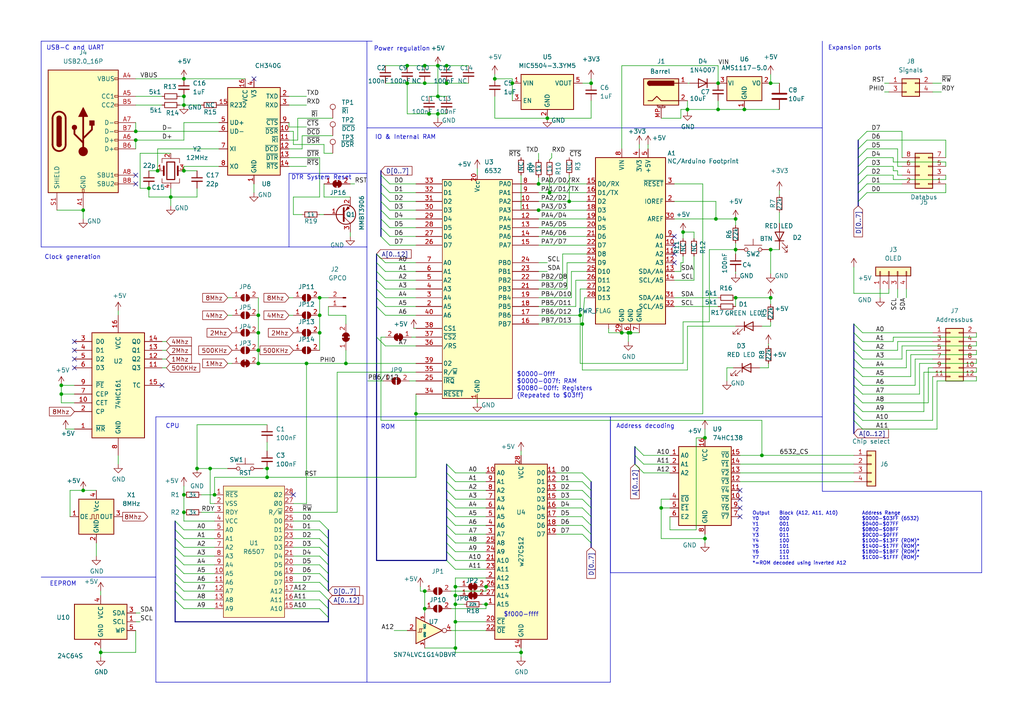
<source format=kicad_sch>
(kicad_sch (version 20231120) (generator "eeschema") (generator_version "8.0")
  (paper "A4")
  (title_block (title "65uino") (rev "1.1") (company "Anders B. Nielsen") (comment 1 "License: https://creativecommons.org/licenses/by-nc/4.0/legalcode"))
  (junction (at 132.08 180.34))
  (junction (at 88.9 105.41))
  (junction (at 17.78 111.76))
  (junction (at 213.36 63.5))
  (junction (at 223.52 24.13))
  (junction (at 53.34 49.53))
  (junction (at 148.59 24.13))
  (junction (at 127 19.05))
  (junction (at 49.53 57.15))
  (junction (at 199.39 31.75))
  (junction (at 143.51 22.86))
  (junction (at 180.34 96.52))
  (junction (at 24.13 60.96))
  (junction (at 208.28 24.13))
  (junction (at 123.19 19.05))
  (junction (at 53.34 148.59))
  (junction (at 124.46 33.02))
  (junction (at 118.11 24.13))
  (junction (at 53.34 22.86))
  (junction (at 156.21 60.96))
  (junction (at 140.97 175.26))
  (junction (at 132.08 175.26))
  (junction (at 57.15 135.89))
  (junction (at 159.385 55.88))
  (junction (at 213.36 86.36))
  (junction (at 92.71 91.44))
  (junction (at 74.93 96.52))
  (junction (at 223.52 72.39))
  (junction (at 129.54 19.05))
  (junction (at 77.47 138.43))
  (junction (at 204.47 156.21))
  (junction (at 168.91 93.98))
  (junction (at 92.71 96.52))
  (junction (at 204.47 127))
  (junction (at 53.34 27.94))
  (junction (at 213.36 72.39))
  (junction (at 74.93 105.41))
  (junction (at 53.34 30.48))
  (junction (at 39.37 40.64))
  (junction (at 39.37 38.1))
  (junction (at 92.71 86.36))
  (junction (at 158.75 34.29))
  (junction (at 74.93 91.44))
  (junction (at 182.245 96.52))
  (junction (at 151.13 189.23))
  (junction (at 60.96 135.89))
  (junction (at 74.93 101.6))
  (junction (at 223.52 86.36))
  (junction (at 215.9 31.75))
  (junction (at 165.1 58.42))
  (junction (at 123.19 24.13))
  (junction (at 24.13 142.24))
  (junction (at 120.65 120.015))
  (junction (at 208.28 31.75))
  (junction (at 156.21 53.34))
  (junction (at 17.78 114.3))
  (junction (at 62.23 143.51))
  (junction (at 29.21 189.23))
  (junction (at 123.19 176.53))
  (junction (at 140.97 170.18))
  (junction (at 207.645 63.5))
  (junction (at 127 27.94))
  (junction (at 132.08 187.96))
  (junction (at 118.11 19.05))
  (junction (at 182.88 96.52))
  (junction (at 100.33 105.41))
  (junction (at 198.12 67.31))
  (junction (at 132.08 172.72))
  (junction (at 53.34 143.51))
  (junction (at 77.47 135.89))
  (junction (at 168.275 91.44))
  (junction (at 43.18 54.61))
  (junction (at 132.08 170.18))
  (junction (at 127 33.02))
  (junction (at 129.54 24.13))
  (junction (at 191.77 147.32))
  (junction (at 45.72 49.53))
  (junction (at 171.45 24.13))
  (junction (at 123.19 171.45))
  (junction (at 220.98 132.08))
  (no_connect (at 21.59 104.14))
  (no_connect (at 214.63 144.78))
  (no_connect (at 46.99 111.76))
  (no_connect (at 195.58 68.58))
  (no_connect (at 195.58 71.12))
  (no_connect (at 195.58 73.66))
  (no_connect (at 195.58 76.2))
  (no_connect (at 21.59 101.6))
  (no_connect (at 214.63 142.24))
  (no_connect (at 39.37 50.8))
  (no_connect (at 214.63 149.86))
  (no_connect (at 85.09 143.51))
  (no_connect (at 39.37 53.34))
  (no_connect (at 214.63 147.32))
  (no_connect (at 73.66 22.86))
  (no_connect (at 21.59 106.68))
  (no_connect (at 21.59 99.06))
  (bus_entry (at 92.71 158.75) (size 2.54 2.54))
  (bus_entry (at 50.8 158.75) (size 2.54 2.54))
  (bus_entry (at 129.54 142.24) (size 2.54 2.54))
  (bus_entry (at 168.91 137.16) (size 2.54 2.54))
  (bus_entry (at 95.25 173.99) (size -2.54 -2.54))
  (bus_entry (at 251.46 55.88) (size -2.54 2.54))
  (bus_entry (at 95.25 179.07) (size -2.54 -2.54))
  (bus_entry (at 109.22 88.9) (size 2.54 2.54))
  (bus_entry (at 50.8 161.29) (size 2.54 2.54))
  (bus_entry (at 168.91 154.94) (size 2.54 2.54))
  (bus_entry (at 251.46 40.64) (size -2.54 2.54))
  (bus_entry (at 251.46 48.26) (size -2.54 2.54))
  (bus_entry (at 251.46 38.1) (size -2.54 2.54))
  (bus_entry (at 247.65 106.68) (size 2.54 2.54))
  (bus_entry (at 113.03 55.88) (size -2.54 -2.54))
  (bus_entry (at 129.54 147.32) (size 2.54 2.54))
  (bus_entry (at 251.46 45.72) (size -2.54 2.54))
  (bus_entry (at 50.8 156.21) (size 2.54 2.54))
  (bus_entry (at 113.03 58.42) (size -2.54 -2.54))
  (bus_entry (at 129.54 134.62) (size 2.54 2.54))
  (bus_entry (at 168.91 139.7) (size 2.54 2.54))
  (bus_entry (at 184.15 134.62) (size 2.54 2.54))
  (bus_entry (at 113.03 63.5) (size -2.54 -2.54))
  (bus_entry (at 109.22 86.36) (size 2.54 2.54))
  (bus_entry (at 109.22 73.66) (size 2.54 2.54))
  (bus_entry (at 92.71 163.83) (size 2.54 2.54))
  (bus_entry (at 168.91 149.86) (size 2.54 2.54))
  (bus_entry (at 129.54 162.56) (size 2.54 2.54))
  (bus_entry (at 109.22 78.74) (size 2.54 2.54))
  (bus_entry (at 113.03 60.96) (size -2.54 -2.54))
  (bus_entry (at 109.22 97.79) (size 2.54 2.54))
  (bus_entry (at 50.8 173.99) (size 2.54 2.54))
  (bus_entry (at 129.54 137.16) (size 2.54 2.54))
  (bus_entry (at 113.03 66.04) (size -2.54 -2.54))
  (bus_entry (at 50.8 171.45) (size 2.54 2.54))
  (bus_entry (at 113.03 71.12) (size -2.54 -2.54))
  (bus_entry (at 129.54 152.4) (size 2.54 2.54))
  (bus_entry (at 92.71 151.13) (size 2.54 2.54))
  (bus_entry (at 50.8 166.37) (size 2.54 2.54))
  (bus_entry (at 92.71 161.29) (size 2.54 2.54))
  (bus_entry (at 129.54 154.94) (size 2.54 2.54))
  (bus_entry (at 247.65 111.76) (size 2.54 2.54))
  (bus_entry (at 184.15 132.08) (size 2.54 2.54))
  (bus_entry (at 92.71 166.37) (size 2.54 2.54))
  (bus_entry (at 247.65 119.38) (size 2.54 2.54))
  (bus_entry (at 251.46 53.34) (size -2.54 2.54))
  (bus_entry (at 168.91 144.78) (size 2.54 2.54))
  (bus_entry (at 247.65 93.98) (size 2.54 2.54))
  (bus_entry (at 247.65 109.22) (size 2.54 2.54))
  (bus_entry (at 184.15 129.54) (size 2.54 2.54))
  (bus_entry (at 129.54 139.7) (size 2.54 2.54))
  (bus_entry (at 113.03 53.34) (size -2.54 -2.54))
  (bus_entry (at 129.54 160.02) (size 2.54 2.54))
  (bus_entry (at 92.71 153.67) (size 2.54 2.54))
  (bus_entry (at 247.65 101.6) (size 2.54 2.54))
  (bus_entry (at 247.65 104.14) (size 2.54 2.54))
  (bus_entry (at 50.8 163.83) (size 2.54 2.54))
  (bus_entry (at 50.8 153.67) (size 2.54 2.54))
  (bus_entry (at 95.25 176.53) (size -2.54 -2.54))
  (bus_entry (at 247.65 114.3) (size 2.54 2.54))
  (bus_entry (at 247.65 99.06) (size 2.54 2.54))
  (bus_entry (at 168.91 152.4) (size 2.54 2.54))
  (bus_entry (at 251.46 43.18) (size -2.54 2.54))
  (bus_entry (at 113.03 68.58) (size -2.54 -2.54))
  (bus_entry (at 247.65 121.92) (size 2.54 2.54))
  (bus_entry (at 109.22 83.82) (size 2.54 2.54))
  (bus_entry (at 251.46 50.8) (size -2.54 2.54))
  (bus_entry (at 129.54 157.48) (size 2.54 2.54))
  (bus_entry (at 109.22 76.2) (size 2.54 2.54))
  (bus_entry (at 247.65 116.84) (size 2.54 2.54))
  (bus_entry (at 129.54 149.86) (size 2.54 2.54))
  (bus_entry (at 92.71 168.91) (size 2.54 2.54))
  (bus_entry (at 168.91 147.32) (size 2.54 2.54))
  (bus_entry (at 50.8 168.91) (size 2.54 2.54))
  (bus_entry (at 129.54 144.78) (size 2.54 2.54))
  (bus_entry (at 168.91 142.24) (size 2.54 2.54))
  (bus_entry (at 109.22 81.28) (size 2.54 2.54))
  (bus_entry (at 92.71 156.21) (size 2.54 2.54))
  (bus_entry (at 50.8 151.13) (size 2.54 2.54))
  (bus_entry (at 247.65 96.52) (size 2.54 2.54))
  (wire (pts (xy 250.19 114.3) (xy 266.7 114.3)))
  (wire (pts (xy 165.1 58.42) (xy 170.18 58.42)))
  (wire (pts (xy 168.275 91.44) (xy 168.275 83.82)))
  (wire (pts (xy 21.59 124.46) (xy 19.05 124.46)))
  (wire (pts (xy 274.32 46.99) (xy 259.08 46.99)))
  (wire (pts (xy 118.11 24.13) (xy 123.19 24.13)))
  (wire (pts (xy 130.81 176.53) (xy 140.97 176.53)))
  (wire (pts (xy 156.21 44.45) (xy 156.21 46.355)))
  (wire (pts (xy 143.51 22.86) (xy 148.59 22.86)))
  (wire (pts (xy 259.08 97.79) (xy 283.21 97.79)))
  (wire (pts (xy 118.11 24.13) (xy 118.11 33.02)))
  (wire (pts (xy 222.885 105.41) (xy 222.885 106.68)))
  (wire (pts (xy 85.09 176.53) (xy 92.71 176.53)))
  (wire (pts (xy 185.42 41.91) (xy 185.42 43.18)))
  (bus (pts (xy 50.8 168.91) (xy 50.8 171.45)))
  (wire (pts (xy 213.36 86.36) (xy 223.52 86.36)))
  (wire (pts (xy 180.34 19.05) (xy 180.34 43.18)))
  (wire (pts (xy 156.21 76.2) (xy 158.75 76.2)))
  (polyline (pts (xy 106.426 71.628) (xy 106.426 120.904)))
  (wire (pts (xy 53.34 30.48) (xy 58.42 30.48)))
  (bus (pts (xy 110.49 50.8) (xy 110.49 53.34)))
  (wire (pts (xy 151.13 130.81) (xy 151.13 132.08)))
  (wire (pts (xy 120.65 120.015) (xy 203.835 120.015)))
  (wire (pts (xy 62.23 153.67) (xy 53.34 153.67)))
  (bus (pts (xy 50.8 173.99) (xy 50.8 180.34)))
  (wire (pts (xy 123.19 187.96) (xy 132.08 187.96)))
  (wire (pts (xy 167.005 81.28) (xy 170.18 81.28)))
  (wire (pts (xy 100.33 91.44) (xy 95.25 91.44)))
  (wire (pts (xy 132.08 172.72) (xy 133.35 172.72)))
  (wire (pts (xy 164.465 76.2) (xy 170.18 76.2)))
  (wire (pts (xy 156.21 63.5) (xy 170.18 63.5)))
  (wire (pts (xy 17.78 116.84) (xy 21.59 116.84)))
  (wire (pts (xy 96.52 44.45) (xy 93.98 44.45)))
  (wire (pts (xy 101.6 57.15) (xy 93.98 57.15)))
  (bus (pts (xy 95.25 173.99) (xy 95.25 176.53)))
  (wire (pts (xy 250.19 124.46) (xy 271.78 124.46)))
  (wire (pts (xy 92.71 151.13) (xy 85.09 151.13)))
  (wire (pts (xy 132.08 189.23) (xy 132.08 187.96)))
  (wire (pts (xy 74.93 86.36) (xy 74.93 91.44)))
  (wire (pts (xy 97.79 107.95) (xy 97.79 148.59)))
  (bus (pts (xy 247.65 119.38) (xy 247.65 121.92)))
  (wire (pts (xy 97.79 107.95) (xy 120.65 107.95)))
  (wire (pts (xy 274.32 40.64) (xy 274.32 45.72)))
  (wire (pts (xy 140.97 144.78) (xy 132.08 144.78)))
  (wire (pts (xy 160.02 45.72) (xy 159.385 46.355)))
  (bus (pts (xy 110.49 58.42) (xy 110.49 60.96)))
  (wire (pts (xy 114.3 182.88) (xy 118.11 182.88)))
  (wire (pts (xy 76.2 135.89) (xy 77.47 135.89)))
  (wire (pts (xy 204.47 124.46) (xy 204.47 127)))
  (wire (pts (xy 92.71 153.67) (xy 85.09 153.67)))
  (bus (pts (xy 95.25 163.83) (xy 95.25 166.37)))
  (wire (pts (xy 83.82 36.83) (xy 83.82 35.56)))
  (wire (pts (xy 34.29 90.17) (xy 34.29 91.44)))
  (bus (pts (xy 247.65 93.98) (xy 247.65 96.52)))
  (wire (pts (xy 111.76 19.05) (xy 118.11 19.05)))
  (wire (pts (xy 271.78 110.49) (xy 283.21 110.49)))
  (wire (pts (xy 120.65 138.43) (xy 120.65 120.015)))
  (wire (pts (xy 62.23 176.53) (xy 53.34 176.53)))
  (wire (pts (xy 195.58 88.9) (xy 208.28 88.9)))
  (wire (pts (xy 283.21 97.79) (xy 283.21 96.52)))
  (wire (pts (xy 283.21 102.87) (xy 283.21 101.6)))
  (polyline (pts (xy 238.506 11.938) (xy 238.506 120.904)))
  (polyline (pts (xy 238.506 120.904) (xy 238.506 142.494)))
  (wire (pts (xy 132.08 187.96) (xy 132.08 180.34)))
  (wire (pts (xy 182.245 96.52) (xy 182.245 99.06)))
  (wire (pts (xy 160.02 44.45) (xy 160.02 45.72)))
  (wire (pts (xy 213.36 72.39) (xy 213.36 73.66)))
  (wire (pts (xy 198.12 76.2) (xy 197.485 76.2)))
  (wire (pts (xy 250.19 106.68) (xy 262.89 106.68)))
  (wire (pts (xy 118.11 33.02) (xy 124.46 33.02)))
  (wire (pts (xy 100.33 93.98) (xy 100.33 91.44)))
  (wire (pts (xy 93.98 44.45) (xy 93.98 41.91)))
  (polyline (pts (xy 177.038 120.904) (xy 238.506 120.904)))
  (wire (pts (xy 274.32 55.88) (xy 274.32 53.34)))
  (polyline (pts (xy 106.426 37.084) (xy 238.506 37.084)))
  (polyline (pts (xy 11.938 11.938) (xy 11.938 71.628)))
  (wire (pts (xy 129.54 19.05) (xy 135.89 19.05)))
  (polyline (pts (xy 177.038 120.904) (xy 106.426 120.904)))
  (bus (pts (xy 129.54 134.62) (xy 129.54 137.16)))
  (wire (pts (xy 130.81 182.88) (xy 140.97 182.88)))
  (wire (pts (xy 113.03 60.96) (xy 120.65 60.96)))
  (wire (pts (xy 21.59 111.76) (xy 17.78 111.76)))
  (wire (pts (xy 259.08 45.72) (xy 251.46 45.72)))
  (wire (pts (xy 132.08 162.56) (xy 140.97 162.56)))
  (wire (pts (xy 85.09 57.15) (xy 92.71 57.15)))
  (wire (pts (xy 83.82 45.72) (xy 92.71 45.72)))
  (wire (pts (xy 195.58 81.28) (xy 201.295 81.28)))
  (bus (pts (xy 109.22 86.36) (xy 109.22 88.9)))
  (wire (pts (xy 120.65 97.79) (xy 119.38 97.79)))
  (wire (pts (xy 191.77 34.29) (xy 197.485 34.29)))
  (wire (pts (xy 182.88 96.52) (xy 185.42 96.52)))
  (wire (pts (xy 39.37 38.1) (xy 63.5 38.1)))
  (wire (pts (xy 161.29 154.94) (xy 168.91 154.94)))
  (wire (pts (xy 222.885 106.68) (xy 220.345 106.68)))
  (wire (pts (xy 156.21 78.74) (xy 158.75 78.74)))
  (wire (pts (xy 259.08 50.8) (xy 251.46 50.8)))
  (wire (pts (xy 62.23 151.13) (xy 53.34 151.13)))
  (wire (pts (xy 140.97 139.7) (xy 132.08 139.7)))
  (wire (pts (xy 220.98 121.92) (xy 220.98 132.08)))
  (wire (pts (xy 85.09 62.23) (xy 87.63 62.23)))
  (wire (pts (xy 92.71 161.29) (xy 85.09 161.29)))
  (wire (pts (xy 29.21 171.45) (xy 29.21 172.72)))
  (wire (pts (xy 110.49 97.79) (xy 110.49 121.92)))
  (wire (pts (xy 140.97 142.24) (xy 132.08 142.24)))
  (wire (pts (xy 165.735 78.74) (xy 170.18 78.74)))
  (wire (pts (xy 255.27 83.82) (xy 255.27 86.36)))
  (wire (pts (xy 271.78 124.46) (xy 271.78 110.49)))
  (wire (pts (xy 207.645 63.5) (xy 213.36 63.5)))
  (wire (pts (xy 151.13 189.23) (xy 132.08 189.23)))
  (wire (pts (xy 159.385 51.435) (xy 159.385 55.88)))
  (bus (pts (xy 110.49 53.34) (xy 110.49 55.88)))
  (wire (pts (xy 39.37 189.23) (xy 29.21 189.23)))
  (bus (pts (xy 184.15 132.08) (xy 184.15 134.62)))
  (wire (pts (xy 194.31 144.78) (xy 191.77 144.78)))
  (wire (pts (xy 111.76 100.33) (xy 120.65 100.33)))
  (wire (pts (xy 140.97 171.45) (xy 140.97 170.18)))
  (wire (pts (xy 203.835 53.34) (xy 195.58 53.34)))
  (wire (pts (xy 259.08 49.53) (xy 259.08 48.26)))
  (wire (pts (xy 140.97 137.16) (xy 132.08 137.16)))
  (wire (pts (xy 164.465 83.82) (xy 164.465 76.2)))
  (wire (pts (xy 260.35 50.8) (xy 260.35 49.53)))
  (wire (pts (xy 194.31 132.08) (xy 186.69 132.08)))
  (polyline (pts (xy 238.506 142.494) (xy 284.734 142.494)))
  (bus (pts (xy 247.65 114.3) (xy 247.65 116.84)))
  (polyline (pts (xy 83.82 71.628) (xy 83.82 50.292)))
  (wire (pts (xy 260.35 49.53) (xy 259.08 49.53)))
  (wire (pts (xy 83.82 36.83) (xy 88.9 36.83)))
  (wire (pts (xy 176.53 96.52) (xy 180.34 96.52)))
  (wire (pts (xy 95.25 86.36) (xy 92.71 86.36)))
  (polyline (pts (xy 284.734 142.494) (xy 284.734 166.116)))
  (wire (pts (xy 120.65 78.74) (xy 111.76 78.74)))
  (wire (pts (xy 156.21 58.42) (xy 165.1 58.42)))
  (wire (pts (xy 88.9 146.05) (xy 85.09 146.05)))
  (wire (pts (xy 123.19 176.53) (xy 123.19 171.45)))
  (wire (pts (xy 260.35 43.18) (xy 251.46 43.18)))
  (wire (pts (xy 204.47 154.94) (xy 204.47 156.21)))
  (wire (pts (xy 205.74 72.39) (xy 205.74 93.345)))
  (bus (pts (xy 248.92 58.42) (xy 248.92 55.88)))
  (wire (pts (xy 208.28 24.13) (xy 208.28 19.05)))
  (wire (pts (xy 195.58 63.5) (xy 207.645 63.5)))
  (bus (pts (xy 129.54 144.78) (xy 129.54 147.32)))
  (wire (pts (xy 266.7 105.41) (xy 283.21 105.41)))
  (wire (pts (xy 161.29 137.16) (xy 168.91 137.16)))
  (wire (pts (xy 210.82 110.49) (xy 210.82 106.68)))
  (wire (pts (xy 207.645 24.13) (xy 208.28 24.13)))
  (wire (pts (xy 88.9 105.41) (xy 100.33 105.41)))
  (wire (pts (xy 156.21 93.98) (xy 168.91 93.98)))
  (wire (pts (xy 39.37 177.8) (xy 40.64 177.8)))
  (wire (pts (xy 16.51 60.96) (xy 24.13 60.96)))
  (bus (pts (xy 248.92 59.69) (xy 248.92 58.42)))
  (bus (pts (xy 110.49 66.04) (xy 110.49 68.58)))
  (wire (pts (xy 140.97 176.53) (xy 140.97 175.26)))
  (wire (pts (xy 20.32 142.24) (xy 20.32 149.86)))
  (wire (pts (xy 223.52 24.13) (xy 226.06 24.13)))
  (wire (pts (xy 264.16 109.22) (xy 264.16 102.87)))
  (bus (pts (xy 109.22 76.2) (xy 109.22 78.74)))
  (bus (pts (xy 129.54 139.7) (xy 129.54 142.24)))
  (wire (pts (xy 257.81 85.09) (xy 247.65 85.09)))
  (wire (pts (xy 113.03 66.04) (xy 120.65 66.04)))
  (wire (pts (xy 139.7 175.26) (xy 140.97 175.26)))
  (wire (pts (xy 167.005 88.9) (xy 167.005 81.28)))
  (wire (pts (xy 223.52 21.59) (xy 223.52 24.13)))
  (wire (pts (xy 113.03 71.12) (xy 120.65 71.12)))
  (wire (pts (xy 46.99 99.06) (xy 48.26 99.06)))
  (wire (pts (xy 250.19 111.76) (xy 265.43 111.76)))
  (bus (pts (xy 129.54 157.48) (xy 129.54 160.02)))
  (wire (pts (xy 156.21 83.82) (xy 164.465 83.82)))
  (wire (pts (xy 226.06 31.75) (xy 215.9 31.75)))
  (wire (pts (xy 182.88 96.52) (xy 182.245 96.52)))
  (wire (pts (xy 265.43 104.14) (xy 270.51 104.14)))
  (wire (pts (xy 92.71 163.83) (xy 85.09 163.83)))
  (polyline (pts (xy 106.426 71.628) (xy 11.938 71.628)))
  (bus (pts (xy 95.25 153.67) (xy 95.25 156.21)))
  (wire (pts (xy 208.28 31.75) (xy 215.9 31.75)))
  (wire (pts (xy 168.91 24.13) (xy 171.45 24.13)))
  (wire (pts (xy 259.08 52.07) (xy 274.32 52.07)))
  (bus (pts (xy 95.25 166.37) (xy 95.25 168.91)))
  (bus (pts (xy 109.22 78.74) (xy 109.22 81.28)))
  (wire (pts (xy 226.06 55.245) (xy 226.06 56.515)))
  (wire (pts (xy 266.7 114.3) (xy 266.7 105.41)))
  (wire (pts (xy 204.47 156.21) (xy 204.47 157.48)))
  (wire (pts (xy 93.98 57.15) (xy 93.98 53.34)))
  (bus (pts (xy 109.22 83.82) (xy 109.22 86.36)))
  (wire (pts (xy 120.65 114.3) (xy 120.65 120.015)))
  (wire (pts (xy 205.74 93.345) (xy 198.12 93.345)))
  (wire (pts (xy 121.92 170.18) (xy 121.92 171.45)))
  (wire (pts (xy 140.97 152.4) (xy 132.08 152.4)))
  (wire (pts (xy 127 33.02) (xy 129.54 33.02)))
  (wire (pts (xy 92.71 166.37) (xy 85.09 166.37)))
  (wire (pts (xy 262.89 83.82) (xy 262.89 86.36)))
  (wire (pts (xy 198.12 105.41) (xy 168.275 105.41)))
  (bus (pts (xy 109.22 88.9) (xy 109.22 97.79)))
  (wire (pts (xy 250.19 116.84) (xy 269.24 116.84)))
  (wire (pts (xy 161.29 142.24) (xy 168.91 142.24)))
  (wire (pts (xy 214.63 134.62) (xy 247.65 134.62)))
  (wire (pts (xy 213.36 63.5) (xy 213.36 65.405)))
  (wire (pts (xy 187.96 41.91) (xy 187.96 43.18)))
  (bus (pts (xy 171.45 157.48) (xy 171.45 154.94)))
  (wire (pts (xy 156.21 68.58) (xy 170.18 68.58)))
  (bus (pts (xy 184.15 132.08) (xy 184.15 129.54)))
  (wire (pts (xy 197.485 76.2) (xy 197.485 78.74)))
  (wire (pts (xy 148.59 22.86) (xy 148.59 24.13)))
  (wire (pts (xy 261.62 100.33) (xy 283.21 100.33)))
  (bus (pts (xy 50.8 158.75) (xy 50.8 161.29)))
  (wire (pts (xy 53.34 35.56) (xy 63.5 35.56)))
  (wire (pts (xy 111.76 97.79) (xy 110.49 97.79)))
  (wire (pts (xy 156.21 55.88) (xy 159.385 55.88)))
  (wire (pts (xy 27.94 157.48) (xy 27.94 161.29)))
  (bus (pts (xy 50.8 161.29) (xy 50.8 163.83)))
  (bus (pts (xy 110.49 60.96) (xy 110.49 63.5)))
  (wire (pts (xy 20.32 142.24) (xy 24.13 142.24)))
  (bus (pts (xy 110.49 55.88) (xy 110.49 58.42)))
  (wire (pts (xy 63.5 48.26) (xy 53.34 48.26)))
  (wire (pts (xy 220.98 132.08) (xy 214.63 132.08)))
  (bus (pts (xy 95.25 161.29) (xy 95.25 163.83)))
  (bus (pts (xy 95.25 179.07) (xy 95.25 180.34)))
  (bus (pts (xy 248.92 50.8) (xy 248.92 48.26)))
  (wire (pts (xy 120.65 86.36) (xy 111.76 86.36)))
  (wire (pts (xy 257.81 83.82) (xy 257.81 85.09)))
  (wire (pts (xy 62.23 168.91) (xy 53.34 168.91)))
  (wire (pts (xy 127 19.05) (xy 129.54 19.05)))
  (wire (pts (xy 201.93 127) (xy 204.47 127)))
  (wire (pts (xy 198.12 93.345) (xy 198.12 105.41)))
  (wire (pts (xy 201.295 67.31) (xy 201.295 69.215)))
  (wire (pts (xy 262.89 106.68) (xy 262.89 101.6)))
  (wire (pts (xy 39.37 40.64) (xy 53.34 40.64)))
  (wire (pts (xy 264.16 102.87) (xy 283.21 102.87)))
  (wire (pts (xy 223.52 93.345) (xy 223.52 94.615)))
  (wire (pts (xy 283.21 110.49) (xy 283.21 109.22)))
  (wire (pts (xy 198.12 67.31) (xy 201.295 67.31)))
  (bus (pts (xy 247.65 99.06) (xy 247.65 101.6)))
  (bus (pts (xy 109.22 162.56) (xy 109.22 97.79)))
  (wire (pts (xy 83.82 48.26) (xy 88.9 48.26)))
  (wire (pts (xy 73.66 53.34) (xy 73.66 55.88)))
  (wire (pts (xy 48.26 104.14) (xy 46.99 104.14)))
  (wire (pts (xy 77.47 138.43) (xy 120.65 138.43)))
  (wire (pts (xy 53.34 49.53) (xy 57.15 49.53)))
  (wire (pts (xy 262.89 101.6) (xy 270.51 101.6)))
  (wire (pts (xy 110.49 121.92) (xy 220.98 121.92)))
  (bus (pts (xy 50.8 163.83) (xy 50.8 166.37)))
  (polyline (pts (xy 177.038 197.866) (xy 177.038 120.904)))
  (bus (pts (xy 171.45 144.78) (xy 171.45 142.24)))
  (wire (pts (xy 165.735 86.36) (xy 165.735 78.74)))
  (wire (pts (xy 198.12 74.295) (xy 198.12 76.2)))
  (wire (pts (xy 143.51 21.59) (xy 143.51 22.86)))
  (wire (pts (xy 29.21 187.96) (xy 29.21 189.23)))
  (bus (pts (xy 248.92 45.72) (xy 248.92 43.18)))
  (bus (pts (xy 248.92 48.26) (xy 248.92 45.72)))
  (wire (pts (xy 203.835 120.015) (xy 203.835 53.34)))
  (wire (pts (xy 120.65 81.28) (xy 111.76 81.28)))
  (wire (pts (xy 265.43 111.76) (xy 265.43 104.14)))
  (polyline (pts (xy 106.426 197.866) (xy 177.038 197.866)))
  (wire (pts (xy 199.39 94.615) (xy 199.39 107.315)))
  (polyline (pts (xy 83.82 50.292) (xy 106.426 50.292)))
  (wire (pts (xy 40.64 44.45) (xy 49.53 44.45)))
  (wire (pts (xy 213.36 70.485) (xy 213.36 72.39)))
  (wire (pts (xy 259.08 99.06) (xy 259.08 97.79)))
  (wire (pts (xy 52.07 30.48) (xy 53.34 30.48)))
  (wire (pts (xy 74.93 101.6) (xy 74.93 105.41)))
  (wire (pts (xy 168.275 83.82) (xy 170.18 83.82)))
  (wire (pts (xy 39.37 22.86) (xy 53.34 22.86)))
  (wire (pts (xy 53.34 48.26) (xy 53.34 49.53)))
  (wire (pts (xy 113.03 68.58) (xy 120.65 68.58)))
  (wire (pts (xy 83.82 30.48) (xy 88.9 30.48)))
  (wire (pts (xy 283.21 107.95) (xy 283.21 106.68)))
  (bus (pts (xy 50.8 151.13) (xy 50.8 153.67)))
  (bus (pts (xy 50.8 166.37) (xy 50.8 168.91)))
  (wire (pts (xy 213.36 88.9) (xy 213.36 86.36)))
  (wire (pts (xy 247.65 85.09) (xy 247.65 77.47)))
  (bus (pts (xy 50.8 171.45) (xy 50.8 173.99)))
  (wire (pts (xy 260.35 101.6) (xy 260.35 99.06)))
  (wire (pts (xy 130.81 171.45) (xy 140.97 171.45)))
  (bus (pts (xy 109.22 162.56) (xy 129.54 162.56)))
  (wire (pts (xy 62.23 156.21) (xy 53.34 156.21)))
  (bus (pts (xy 95.25 156.21) (xy 95.25 158.75)))
  (wire (pts (xy 270.51 26.67) (xy 273.05 26.67)))
  (wire (pts (xy 156.21 66.04) (xy 170.18 66.04)))
  (bus (pts (xy 248.92 55.88) (xy 248.92 53.34)))
  (wire (pts (xy 191.77 156.21) (xy 191.77 147.32)))
  (wire (pts (xy 171.45 34.29) (xy 158.75 34.29)))
  (wire (pts (xy 87.63 43.18) (xy 83.82 43.18)))
  (wire (pts (xy 29.21 189.23) (xy 29.21 190.5)))
  (polyline (pts (xy 177.038 166.116) (xy 177.038 120.904)))
  (wire (pts (xy 88.9 105.41) (xy 88.9 146.05)))
  (wire (pts (xy 261.62 38.1) (xy 251.46 38.1)))
  (wire (pts (xy 86.36 40.64) (xy 86.36 34.29)))
  (wire (pts (xy 195.58 86.36) (xy 208.28 86.36)))
  (wire (pts (xy 201.93 153.67) (xy 201.93 127)))
  (wire (pts (xy 261.62 50.8) (xy 260.35 50.8)))
  (wire (pts (xy 83.82 91.44) (xy 85.09 91.44)))
  (polyline (pts (xy 106.426 120.904) (xy 45.212 120.904)))
  (wire (pts (xy 77.47 138.43) (xy 62.23 138.43)))
  (wire (pts (xy 118.11 19.05) (xy 123.19 19.05)))
  (wire (pts (xy 120.015 95.25) (xy 120.65 95.25)))
  (wire (pts (xy 226.06 61.595) (xy 226.06 64.77)))
  (wire (pts (xy 46.99 101.6) (xy 48.26 101.6)))
  (wire (pts (xy 74.93 91.44) (xy 74.93 96.52)))
  (wire (pts (xy 97.79 148.59) (xy 85.09 148.59)))
  (wire (pts (xy 156.21 51.435) (xy 156.21 53.34)))
  (bus (pts (xy 248.92 53.34) (xy 248.92 50.8)))
  (wire (pts (xy 39.37 27.94) (xy 46.99 27.94)))
  (wire (pts (xy 66.04 105.41) (xy 67.31 105.41)))
  (wire (pts (xy 120.65 91.44) (xy 111.76 91.44)))
  (wire (pts (xy 39.37 40.64) (xy 39.37 43.18)))
  (wire (pts (xy 161.29 139.7) (xy 168.91 139.7)))
  (wire (pts (xy 101.6 67.31) (xy 101.6 68.58)))
  (wire (pts (xy 261.62 45.72) (xy 261.62 38.1)))
  (wire (pts (xy 259.08 48.26) (xy 251.46 48.26)))
  (wire (pts (xy 62.23 158.75) (xy 53.34 158.75)))
  (wire (pts (xy 83.82 27.94) (xy 88.9 27.94)))
  (wire (pts (xy 39.37 30.48) (xy 46.99 30.48)))
  (wire (pts (xy 60.96 135.89) (xy 66.04 135.89)))
  (wire (pts (xy 274.32 40.64) (xy 251.46 40.64)))
  (wire (pts (xy 57.15 123.19) (xy 77.47 123.19)))
  (wire (pts (xy 123.19 19.05) (xy 127 19.05)))
  (wire (pts (xy 92.71 91.44) (xy 92.71 96.52)))
  (wire (pts (xy 161.29 147.32) (xy 168.91 147.32)))
  (wire (pts (xy 95.25 91.44) (xy 95.25 88.9)))
  (wire (pts (xy 194.31 137.16) (xy 186.69 137.16)))
  (wire (pts (xy 53.34 22.86) (xy 71.12 22.86)))
  (wire (pts (xy 250.19 101.6) (xy 260.35 101.6)))
  (wire (pts (xy 87.63 43.18) (xy 87.63 39.37)))
  (wire (pts (xy 194.31 134.62) (xy 186.69 134.62)))
  (wire (pts (xy 120.65 83.82) (xy 111.76 83.82)))
  (wire (pts (xy 250.19 119.38) (xy 267.97 119.38)))
  (bus (pts (xy 50.8 156.21) (xy 50.8 158.75)))
  (wire (pts (xy 132.08 165.1) (xy 140.97 165.1)))
  (wire (pts (xy 274.32 52.07) (xy 274.32 50.8)))
  (wire (pts (xy 49.53 57.15) (xy 49.53 59.69)))
  (wire (pts (xy 92.71 156.21) (xy 85.09 156.21)))
  (wire (pts (xy 156.21 81.28) (xy 163.195 81.28)))
  (wire (pts (xy 85.09 171.45) (xy 92.71 171.45)))
  (wire (pts (xy 191.77 144.78) (xy 191.77 147.32)))
  (wire (pts (xy 60.96 146.05) (xy 62.23 146.05)))
  (polyline (pts (xy 45.212 120.904) (xy 45.212 197.866)))
  (wire (pts (xy 123.19 177.8) (xy 123.19 176.53)))
  (wire (pts (xy 260.35 48.26) (xy 260.35 43.18)))
  (wire (pts (xy 199.39 107.315) (xy 168.91 107.315)))
  (polyline (pts (xy 106.426 120.904) (xy 106.426 197.866)))
  (wire (pts (xy 197.485 31.75) (xy 199.39 31.75)))
  (bus (pts (xy 247.65 106.68) (xy 247.65 109.22)))
  (wire (pts (xy 53.34 143.51) (xy 53.34 148.59)))
  (wire (pts (xy 161.29 152.4) (xy 168.91 152.4)))
  (wire (pts (xy 53.34 140.97) (xy 53.34 143.51)))
  (wire (pts (xy 165.1 50.8) (xy 165.1 58.42)))
  (wire (pts (xy 127 33.02) (xy 127 34.29)))
  (bus (pts (xy 171.45 142.24) (xy 171.45 139.7)))
  (wire (pts (xy 223.52 94.615) (xy 220.98 94.615)))
  (wire (pts (xy 111.76 24.13) (xy 118.11 24.13)))
  (wire (pts (xy 52.07 27.94) (xy 53.34 27.94)))
  (wire (pts (xy 92.71 62.23) (xy 93.98 62.23)))
  (wire (pts (xy 250.19 121.92) (xy 270.51 121.92)))
  (polyline (pts (xy 106.426 11.938) (xy 106.426 71.628)))
  (wire (pts (xy 168.91 93.98) (xy 169.545 86.36)))
  (wire (pts (xy 92.71 45.72) (xy 92.71 57.15)))
  (wire (pts (xy 259.08 50.8) (xy 259.08 52.07)))
  (wire (pts (xy 195.58 58.42) (xy 207.645 58.42)))
  (wire (pts (xy 43.18 49.53) (xy 45.72 49.53)))
  (wire (pts (xy 201.295 74.295) (xy 201.295 81.28)))
  (wire (pts (xy 256.54 24.13) (xy 257.81 24.13)))
  (bus (pts (xy 129.54 142.24) (xy 129.54 144.78)))
  (wire (pts (xy 180.34 96.52) (xy 182.245 96.52)))
  (wire (pts (xy 132.08 170.18) (xy 133.35 170.18)))
  (bus (pts (xy 171.45 152.4) (xy 171.45 149.86)))
  (wire (pts (xy 156.21 60.96) (xy 170.18 60.96)))
  (wire (pts (xy 250.19 104.14) (xy 261.62 104.14)))
  (wire (pts (xy 270.51 24.13) (xy 273.05 24.13)))
  (wire (pts (xy 283.21 100.33) (xy 283.21 99.06)))
  (wire (pts (xy 156.21 86.36) (xy 165.735 86.36)))
  (wire (pts (xy 60.96 135.89) (xy 60.96 146.05)))
  (wire (pts (xy 256.54 26.67) (xy 257.81 26.67)))
  (wire (pts (xy 39.37 182.88) (xy 39.37 189.23)))
  (wire (pts (xy 83.82 40.64) (xy 86.36 40.64)))
  (wire (pts (xy 194.31 149.86) (xy 194.31 153.67)))
  (wire (pts (xy 156.21 53.34) (xy 170.18 53.34)))
  (wire (pts (xy 261.62 104.14) (xy 261.62 100.33)))
  (wire (pts (xy 113.03 63.5) (xy 120.65 63.5)))
  (wire (pts (xy 250.19 96.52) (xy 270.51 96.52)))
  (wire (pts (xy 57.15 57.15) (xy 57.15 54.61)))
  (wire (pts (xy 100.33 105.41) (xy 120.65 105.41)))
  (wire (pts (xy 132.08 170.18) (xy 132.08 172.72)))
  (wire (pts (xy 49.53 57.15) (xy 49.53 54.61)))
  (wire (pts (xy 151.13 189.23) (xy 151.13 190.5)))
  (wire (pts (xy 163.195 81.28) (xy 163.195 73.66)))
  (wire (pts (xy 129.54 24.13) (xy 135.89 24.13)))
  (wire (pts (xy 269.24 106.68) (xy 270.51 106.68)))
  (bus (pts (xy 95.25 180.34) (xy 50.8 180.34)))
  (wire (pts (xy 214.63 139.7) (xy 247.65 139.7)))
  (wire (pts (xy 83.82 86.36) (xy 85.09 86.36)))
  (wire (pts (xy 199.39 29.21) (xy 199.39 31.75)))
  (wire (pts (xy 63.5 43.18) (xy 45.72 43.18)))
  (wire (pts (xy 124.46 33.02) (xy 127 33.02)))
  (bus (pts (xy 95.25 168.91) (xy 95.25 171.45)))
  (wire (pts (xy 113.03 53.34) (xy 120.65 53.34)))
  (wire (pts (xy 267.97 107.95) (xy 283.21 107.95)))
  (wire (pts (xy 207.645 58.42) (xy 207.645 63.5)))
  (wire (pts (xy 43.18 57.15) (xy 43.18 54.61)))
  (bus (pts (xy 247.65 116.84) (xy 247.65 119.38)))
  (bus (pts (xy 247.65 121.92) (xy 247.65 125.73)))
  (bus (pts (xy 171.45 158.75) (xy 171.45 157.48)))
  (wire (pts (xy 85.09 57.15) (xy 85.09 62.23)))
  (wire (pts (xy 163.195 73.66) (xy 170.18 73.66)))
  (wire (pts (xy 127 27.94) (xy 129.54 27.94)))
  (bus (pts (xy 109.22 81.28) (xy 109.22 83.82)))
  (wire (pts (xy 53.34 40.64) (xy 53.34 35.56)))
  (wire (pts (xy 138.43 48.895) (xy 138.43 50.8)))
  (wire (pts (xy 199.39 24.13) (xy 200.025 24.13)))
  (wire (pts (xy 123.19 24.13) (xy 129.54 24.13)))
  (wire (pts (xy 39.37 35.56) (xy 39.37 38.1)))
  (wire (pts (xy 74.93 96.52) (xy 74.93 101.6)))
  (wire (pts (xy 132.08 167.64) (xy 132.08 170.18)))
  (wire (pts (xy 62.23 138.43) (xy 62.23 143.51)))
  (bus (pts (xy 247.65 101.6) (xy 247.65 104.14)))
  (wire (pts (xy 138.43 115.57) (xy 138.43 116.84)))
  (wire (pts (xy 62.23 173.99) (xy 53.34 173.99)))
  (wire (pts (xy 86.36 34.29) (xy 96.52 34.29)))
  (wire (pts (xy 267.97 119.38) (xy 267.97 107.95)))
  (polyline (pts (xy 106.426 120.904) (xy 106.426 120.904)))
  (polyline (pts (xy 177.038 166.116) (xy 284.734 166.116)))
  (wire (pts (xy 169.545 86.36) (xy 170.18 86.36)))
  (wire (pts (xy 156.21 88.9) (xy 167.005 88.9)))
  (wire (pts (xy 210.82 106.68) (xy 212.725 106.68)))
  (bus (pts (xy 129.54 147.32) (xy 129.54 149.86)))
  (wire (pts (xy 45.72 43.18) (xy 45.72 49.53)))
  (wire (pts (xy 159.385 55.88) (xy 170.18 55.88)))
  (bus (pts (xy 109.22 73.66) (xy 109.22 76.2)))
  (wire (pts (xy 106.68 110.49) (xy 111.125 110.49)))
  (bus (pts (xy 129.54 152.4) (xy 129.54 154.94)))
  (wire (pts (xy 113.03 55.88) (xy 120.65 55.88)))
  (wire (pts (xy 270.51 121.92) (xy 270.51 109.22)))
  (wire (pts (xy 27.94 142.24) (xy 24.13 142.24)))
  (wire (pts (xy 197.485 34.29) (xy 197.485 31.75)))
  (bus (pts (xy 129.54 162.56) (xy 129.54 160.02)))
  (bus (pts (xy 50.8 153.67) (xy 50.8 156.21)))
  (wire (pts (xy 24.13 60.96) (xy 24.13 63.5)))
  (bus (pts (xy 247.65 104.14) (xy 247.65 106.68)))
  (wire (pts (xy 34.29 134.62) (xy 34.29 132.08)))
  (wire (pts (xy 53.34 27.94) (xy 53.34 30.48)))
  (bus (pts (xy 171.45 147.32) (xy 171.45 144.78)))
  (wire (pts (xy 77.47 128.27) (xy 77.47 130.81)))
  (wire (pts (xy 168.91 107.315) (xy 168.91 93.98)))
  (wire (pts (xy 62.23 166.37) (xy 53.34 166.37)))
  (wire (pts (xy 57.15 123.19) (xy 57.15 135.89)))
  (wire (pts (xy 17.78 114.3) (xy 17.78 116.84)))
  (wire (pts (xy 85.09 173.99) (xy 92.71 173.99)))
  (bus (pts (xy 129.54 149.86) (xy 129.54 152.4)))
  (wire (pts (xy 132.08 154.94) (xy 140.97 154.94)))
  (wire (pts (xy 132.08 175.26) (xy 134.62 175.26)))
  (wire (pts (xy 17.78 111.76) (xy 17.78 114.3)))
  (wire (pts (xy 132.08 175.26) (xy 132.08 180.34)))
  (wire (pts (xy 92.71 158.75) (xy 85.09 158.75)))
  (wire (pts (xy 198.12 67.31) (xy 198.12 69.215)))
  (wire (pts (xy 259.08 46.99) (xy 259.08 45.72)))
  (wire (pts (xy 226.06 72.39) (xy 223.52 72.39)))
  (wire (pts (xy 39.37 180.34) (xy 40.64 180.34)))
  (wire (pts (xy 156.21 91.44) (xy 168.275 91.44)))
  (wire (pts (xy 199.39 31.75) (xy 208.28 31.75)))
  (wire (pts (xy 220.98 132.08) (xy 247.65 132.08)))
  (wire (pts (xy 180.34 19.05) (xy 208.28 19.05)))
  (wire (pts (xy 140.97 160.02) (xy 132.08 160.02)))
  (wire (pts (xy 259.08 99.06) (xy 250.19 99.06)))
  (bus (pts (xy 247.65 96.52) (xy 247.65 99.06)))
  (wire (pts (xy 132.08 172.72) (xy 132.08 175.26)))
  (wire (pts (xy 53.34 151.13) (xy 53.34 148.59)))
  (wire (pts (xy 66.04 86.36) (xy 67.31 86.36)))
  (wire (pts (xy 260.35 99.06) (xy 270.51 99.06)))
  (wire (pts (xy 74.93 105.41) (xy 88.9 105.41)))
  (wire (pts (xy 151.13 50.8) (xy 151.13 60.96)))
  (wire (pts (xy 208.28 29.21) (xy 208.28 31.75)))
  (wire (pts (xy 101.6 53.34) (xy 102.87 53.34)))
  (wire (pts (xy 283.21 105.41) (xy 283.21 104.14)))
  (wire (pts (xy 156.21 71.12) (xy 170.18 71.12)))
  (wire (pts (xy 77.47 135.89) (xy 77.47 138.43)))
  (bus (pts (xy 247.65 109.22) (xy 247.65 111.76)))
  (wire (pts (xy 85.09 38.1) (xy 83.82 38.1)))
  (wire (pts (xy 151.13 60.96) (xy 156.21 60.96)))
  (wire (pts (xy 100.33 101.6) (xy 100.33 105.41)))
  (bus (pts (xy 248.92 43.18) (xy 248.92 40.64)))
  (wire (pts (xy 92.71 86.36) (xy 92.71 91.44)))
  (wire (pts (xy 171.45 29.21) (xy 171.45 34.29)))
  (wire (pts (xy 223.52 72.39) (xy 223.52 79.375)))
  (wire (pts (xy 161.29 144.78) (xy 168.91 144.78)))
  (bus (pts (xy 95.25 176.53) (xy 95.25 179.07)))
  (wire (pts (xy 92.71 96.52) (xy 92.71 101.6)))
  (wire (pts (xy 171.45 22.86) (xy 171.45 24.13)))
  (bus (pts (xy 110.49 63.5) (xy 110.49 66.04)))
  (wire (pts (xy 151.13 187.96) (xy 151.13 189.23)))
  (wire (pts (xy 62.23 161.29) (xy 53.34 161.29)))
  (wire (pts (xy 261.62 53.34) (xy 251.46 53.34)))
  (wire (pts (xy 85.09 41.91) (xy 93.98 41.91)))
  (wire (pts (xy 132.08 180.34) (xy 140.97 180.34)))
  (wire (pts (xy 274.32 48.26) (xy 274.32 46.99)))
  (wire (pts (xy 168.275 105.41) (xy 168.275 91.44)))
  (wire (pts (xy 191.77 147.32) (xy 194.31 147.32)))
  (wire (pts (xy 43.18 57.15) (xy 49.53 57.15)))
  (wire (pts (xy 58.42 148.59) (xy 62.23 148.59)))
  (polyline (pts (xy 11.938 167.386) (xy 45.212 167.386)))
  (wire (pts (xy 21.59 114.3) (xy 17.78 114.3)))
  (wire (pts (xy 87.63 39.37) (xy 96.52 39.37)))
  (wire (pts (xy 143.51 27.94) (xy 143.51 34.29)))
  (wire (pts (xy 148.59 24.13) (xy 148.59 29.21)))
  (wire (pts (xy 213.36 94.615) (xy 199.39 94.615)))
  (wire (pts (xy 132.08 167.64) (xy 140.97 167.64)))
  (wire (pts (xy 213.36 72.39) (xy 205.74 72.39)))
  (wire (pts (xy 120.65 76.2) (xy 111.76 76.2)))
  (wire (pts (xy 195.58 78.74) (xy 197.485 78.74)))
  (polyline (pts (xy 11.938 11.938) (xy 107.95 11.938)))
  (wire (pts (xy 120.65 88.9) (xy 111.76 88.9)))
  (wire (pts (xy 214.63 137.16) (xy 247.65 137.16)))
  (wire (pts (xy 92.71 168.91) (xy 85.09 168.91)))
  (wire (pts (xy 57.15 135.89) (xy 60.96 135.89)))
  (wire (pts (xy 222.885 99.695) (xy 222.885 100.33)))
  (wire (pts (xy 250.19 109.22) (xy 264.16 109.22)))
  (wire (pts (xy 140.97 149.86) (xy 132.08 149.86)))
  (wire (pts (xy 274.32 55.88) (xy 251.46 55.88)))
  (wire (pts (xy 223.52 86.36) (xy 223.52 88.265)))
  (wire (pts (xy 140.97 157.48) (xy 132.08 157.48)))
  (wire (pts (xy 124.46 27.94) (xy 127 27.94)))
  (wire (pts (xy 161.29 149.86) (xy 168.91 149.86)))
  (polyline (pts (xy 45.212 197.866) (xy 106.426 197.866)))
  (wire (pts (xy 40.64 54.61) (xy 43.18 54.61)))
  (wire (pts (xy 113.03 58.42) (xy 120.65 58.42)))
  (bus (pts (xy 129.54 154.94) (xy 129.54 157.48)))
  (wire (pts (xy 121.92 171.45) (xy 123.19 171.45)))
  (bus (pts (xy 129.54 137.16) (xy 129.54 139.7)))
  (wire (pts (xy 260.35 83.82) (xy 260.35 86.36)))
  (wire (pts (xy 269.24 106.68) (xy 269.24 116.84)))
  (bus (pts (xy 171.45 149.86) (xy 171.45 147.32)))
  (wire (pts (xy 127 27.94) (xy 127 19.05)))
  (wire (pts (xy 199.39 32.385) (xy 199.39 31.75)))
  (wire (pts (xy 58.42 143.51) (xy 62.23 143.51)))
  (wire (pts (xy 140.97 147.32) (xy 132.08 147.32)))
  (wire (pts (xy 53.34 171.45) (xy 62.23 171.45)))
  (wire (pts (xy 66.04 91.44) (xy 67.31 91.44)))
  (wire (pts (xy 49.53 57.15) (xy 57.15 57.15)))
  (wire (pts (xy 176.53 95.25) (xy 176.53 96.52)))
  (bus (pts (xy 95.25 158.75) (xy 95.25 161.29)))
  (wire (pts (xy 261.62 48.26) (xy 260.35 48.26)))
  (wire (pts (xy 118.745 110.49) (xy 120.65 110.49)))
  (wire (pts (xy 213.36 78.74) (xy 213.36 79.375)))
  (wire (pts (xy 62.23 163.83) (xy 53.34 163.83)))
  (wire (pts (xy 143.51 34.29) (xy 158.75 34.29)))
  (bus (pts (xy 110.49 49.53) (xy 110.49 50.8)))
  (wire (pts (xy 40.64 44.45) (xy 40.64 54.61)))
  (wire (pts (xy 204.47 156.21) (xy 191.77 156.21)))
  (wire (pts (xy 194.31 153.67) (xy 201.93 153.67)))
  (bus (pts (xy 171.45 154.94) (xy 171.45 152.4)))
  (wire (pts (xy 46.99 106.68) (xy 48.26 106.68)))
  (wire (pts (xy 85.09 41.91) (xy 85.09 38.1)))
  (bus (pts (xy 247.65 111.76) (xy 247.65 114.3)))
  (text "ROM" (at 112.522 123.952 0) (effects (font (size 1.27 1.27))))
  (text "EEPROM" (at 18.288 169.418 0) (effects (font (size 1.27 1.27))))
  (text "DTR System Reset" (at 93.218 51.562 0) (effects (font (size 1.27 1.27))))
  (text "Clock generation" (at 21.082 74.676 0) (effects (font (size 1.27 1.27))))
  (text "CPU" (at 50.038 123.698 0) (effects (font (size 1.27 1.27))))
  (text "Expansion ports" (at 247.904 13.97 0) (effects (font (size 1.27 1.27))))
  (text "IO & Internal RAM" (at 117.602 39.878 0) (effects (font (size 1.27 1.27))))
  (text "$0000-0fff\n$0000-007f: RAM\n$0080-00ff: Registers \n(Repeated to $03ff)" (at 149.86 115.57 0) (effects (font (size 1.27 1.27)) (justify left bottom)))
  (text "$f000-ffff" (at 146.05 179.07 0) (effects (font (size 1.27 1.27)) (justify left bottom)))
  (text "Power regulation" (at 116.586 14.224 0) (effects (font (size 1.27 1.27))))
  (text "Output	Block (A12, A11, A10)	Address Range\nY0		000						$0000-$03FF (6532)\nY1		001						$0400-$07FF\nY2		010						$0800-$0BFF\nY3		011						$0C00-$0FFF\nY4		100						$1000-$13FF (ROM)*\nY5		101						$1400-$17FF (ROM)*\nY6		110						$1800-$1BFF (ROM)*\nY7		111						$1C00-$1FFF (ROM)*\n*=ROM decoded using inverted A12" (at 218.186 156.21 0) (effects (font (size 1 1)) (justify left)))
  (text "USB-C and UART" (at 21.844 13.97 0) (effects (font (size 1.27 1.27))))
  (text "Address decoding" (at 187.198 123.698 0) (effects (font (size 1.27 1.27))))
  (label "D1" (at 87.63 153.67 0))
  (label "D1" (at 252.73 53.34 0))
  (label "PHI0" (at 256.54 26.67 180))
  (label "PB4{slash}D10" (at 156.845 86.36 0))
  (label "TXD" (at 88.9 27.94 0))
  (label "SDA" (at 197.485 86.36 0))
  (label "A0" (at 254 96.52 0))
  (label "D3" (at 87.63 158.75 0))
  (label "A8" (at 135.89 157.48 0))
  (label "PB3{slash}D9" (at 156.845 83.82 0))
  (label "A6" (at 135.89 152.4 0))
  (label "D4" (at 252.73 45.72 0))
  (label "A4" (at 254 106.68 0))
  (label "D+" (at 46.99 40.64 0))
  (label "A6" (at 115.57 91.44 0))
  (label "SCL" (at 158.75 76.2 0))
  (label "A9" (at 57.15 176.53 0))
  (label "A12" (at 88.9 171.45 180))
  (label "A3" (at 254 104.14 0))
  (label "PB7{slash}D13" (at 156.845 93.98 0))
  (label "D4" (at 87.63 161.29 0))
  (label "A12" (at 190.5 137.16 0))
  (label "A10" (at 88.9 176.53 180))
  (label "A5" (at 254 109.22 0))
  (label "A1" (at 254 99.06 0))
  (label "SCL" (at 40.64 180.34 0))
  (label "~{DSR}" (at 88.9 41.91 0))
  (label "D0" (at 162.56 137.16 0))
  (label "~{RTS}" (at 88.9 48.26 0))
  (label "RXD" (at 88.9 30.48 0))
  (label "A7" (at 254 114.3 0))
  (label "PA3{slash}D3" (at 156.845 60.96 0))
  (label "D2" (at 252.73 50.8 0))
  (label "RXD" (at 160.02 44.45 0))
  (label "A6" (at 254 111.76 0))
  (label "PA4{slash}D4" (at 156.845 63.5 0))
  (label "A7" (at 135.89 154.94 0))
  (label "VBUS" (at 40.64 22.86 0))
  (label "D3" (at 114.3 60.96 0))
  (label "PA5{slash}D5" (at 156.845 66.04 0))
  (label "PA6{slash}D6" (at 156.845 68.58 0))
  (label "D0" (at 87.63 151.13 0))
  (label "A5" (at 115.57 88.9 0))
  (label "D6" (at 252.73 40.64 0))
  (label "D-" (at 46.99 38.1 0))
  (label "A9" (at 135.89 160.02 0))
  (label "D5" (at 252.73 43.18 0))
  (label "A10" (at 254 121.92 0))
  (label "D3" (at 162.56 144.78 0))
  (label "A9" (at 254 119.38 0))
  (label "A11" (at 254 124.46 0))
  (label "D5" (at 162.56 149.86 0))
  (label "PA2{slash}D2" (at 156.845 58.42 0))
  (label "PA0{slash}D0{slash}RX" (at 156.845 53.34 0))
  (label "A7" (at 115.57 100.33 0))
  (label "A3" (at 57.15 161.29 0))
  (label "~{RTS}" (at 151.13 45.72 180))
  (label "PB5{slash}D11" (at 156.845 88.9 0))
  (label "PHI0" (at 92.71 105.41 0))
  (label "PB6{slash}D12" (at 106.68 110.49 0))
  (label "A0" (at 135.89 137.16 0))
  (label "D1" (at 162.56 139.7 0))
  (label "RST" (at 102.87 53.34 0))
  (label "~{RW}" (at 273.05 24.13 0))
  (label "~{DCD}" (at 88.9 39.37 0))
  (label "D4" (at 162.56 147.32 0))
  (label "A10" (at 190.5 132.08 0))
  (label "D3" (at 252.73 48.26 0))
  (label "SDA" (at 40.64 177.8 0))
  (label "A2" (at 57.15 158.75 0))
  (label "D7" (at 114.3 71.12 0))
  (label "A11" (at 88.9 173.99 180))
  (label "A8" (at 57.15 173.99 0))
  (label "D2" (at 162.56 142.24 0))
  (label "PB6{slash}D12" (at 156.845 91.44 0))
  (label "A11" (at 190.5 134.62 0))
  (label "A3" (at 115.57 83.82 0))
  (label "A11" (at 135.89 165.1 0))
  (label "PA7{slash}D7" (at 156.845 71.12 0))
  (label "~{CTS}" (at 88.9 36.83 0))
  (label "D0" (at 252.73 55.88 0))
  (label "RDY" (at 273.05 26.67 0))
  (label "A4" (at 57.15 163.83 0))
  (label "A12" (at 114.3 182.88 180))
  (label "SDA" (at 158.75 78.74 0))
  (label "A1" (at 135.89 139.7 0))
  (label "A3" (at 135.89 144.78 0))
  (label "A1" (at 57.15 156.21 0))
  (label "D6" (at 114.3 68.58 0))
  (label "D7" (at 162.56 154.94 0))
  (label "D7" (at 252.73 38.1 0))
  (label "D4" (at 114.3 63.5 0))
  (label "A1" (at 115.57 78.74 0))
  (label "A4" (at 115.57 86.36 0))
  (label "PB2{slash}D8" (at 156.845 81.28 0))
  (label "A2" (at 115.57 81.28 0))
  (label "D5" (at 114.3 66.04 0))
  (label "A2" (at 135.89 142.24 0))
  (label "D2" (at 87.63 156.21 0))
  (label "TXD" (at 156.21 44.45 180))
  (label "SCL" (at 197.485 88.9 0))
  (label "~{RI}" (at 90.17 34.29 0))
  (label "RDY" (at 58.42 148.59 0))
  (label "PA1{slash}D1{slash}TX" (at 156.845 55.88 0))
  (label "~{RW}" (at 87.63 148.59 0))
  (label "D7" (at 87.63 168.91 0))
  (label "A0" (at 115.57 76.2 0))
  (label "RST" (at 256.54 24.13 180))
  (label "A2" (at 254 101.6 0))
  (label "A10" (at 135.89 162.56 0))
  (label "D0" (at 114.3 53.34 0))
  (label "D6" (at 87.63 166.37 0))
  (label "A5" (at 57.15 166.37 0))
  (label "6532_CS" (at 226.06 132.08 0))
  (label "D1" (at 114.3 55.88 0))
  (label "D6" (at 162.56 152.4 0))
  (label "RST" (at 88.265 138.43 0))
  (label "A8" (at 254 116.84 0))
  (label "D5" (at 87.63 163.83 0))
  (label "A7" (at 57.15 171.45 0))
  (label "~{CTS}" (at 165.1 45.72 0))
  (label "A6" (at 57.15 168.91 0))
  (label "VIN" (at 208.28 19.05 0))
  (label "A4" (at 135.89 147.32 0))
  (label "A0" (at 57.15 153.67 0))
  (label "SCL" (at 260.35 86.36 270))
  (label "SDA" (at 262.89 86.36 270))
  (label "SDA" (at 197.485 78.74 0))
  (label "A5" (at 135.89 149.86 0))
  (label "SCL" (at 197.485 81.28 0))
  (label "D2" (at 114.3 58.42 0))
  (label "~{DTR}" (at 88.9 45.72 0))
  (global_label "D[0..7]" (shape input) (at 95.25 171.45 0) (property "Intersheetrefs" "${INTERSHEET_REFS}" (effects (hide yes))))
  (global_label "500KHz" (shape input) (at 67.31 101.6 180) (property "Intersheetrefs" "${INTERSHEET_REFS}" (effects (hide yes))))
  (global_label "8Mhz" (shape input) (at 21.59 119.38 180) (property "Intersheetrefs" "${INTERSHEET_REFS}" (effects (hide yes))))
  (global_label "4Mhz" (shape input) (at 66.04 91.44 180) (property "Intersheetrefs" "${INTERSHEET_REFS}" (effects (hide yes))))
  (global_label "500KHz" (shape input) (at 85.09 101.6 180) (property "Intersheetrefs" "${INTERSHEET_REFS}" (effects (hide yes))))
  (global_label "D[0..7]" (shape input) (at 110.49 49.53 0) (property "Intersheetrefs" "${INTERSHEET_REFS}" (effects (hide yes))))
  (global_label "1Mhz" (shape input) (at 48.26 104.14 0) (property "Intersheetrefs" "${INTERSHEET_REFS}" (effects (hide yes))))
  (global_label "4Mhz" (shape input) (at 48.26 99.06 0) (property "Intersheetrefs" "${INTERSHEET_REFS}" (effects (hide yes))))
  (global_label "2Mhz" (shape input) (at 67.31 96.52 180) (property "Intersheetrefs" "${INTERSHEET_REFS}" (effects (hide yes))))
  (global_label "A[0..12]" (shape input) (at 247.65 125.73 0) (property "Intersheetrefs" "${INTERSHEET_REFS}" (effects (hide yes))))
  (global_label "8Mhz" (shape output) (at 35.56 149.86 0) (property "Intersheetrefs" "${INTERSHEET_REFS}" (effects (hide yes))))
  (global_label "4Mhz" (shape input) (at 83.82 91.44 180) (property "Intersheetrefs" "${INTERSHEET_REFS}" (effects (hide yes))))
  (global_label "1Mhz" (shape input) (at 66.04 105.41 180) (property "Intersheetrefs" "${INTERSHEET_REFS}" (effects (hide yes))))
  (global_label "D[0..7]" (shape input) (at 171.45 158.75 270) (property "Intersheetrefs" "${INTERSHEET_REFS}" (effects (hide yes))))
  (global_label "500KHz" (shape input) (at 48.26 106.68 0) (property "Intersheetrefs" "${INTERSHEET_REFS}" (effects (hide yes))))
  (global_label "A[0..12]" (shape input) (at 109.22 73.66 0) (property "Intersheetrefs" "${INTERSHEET_REFS}" (effects (hide yes))))
  (global_label "8Mhz" (shape input) (at 83.82 86.36 180) (property "Intersheetrefs" "${INTERSHEET_REFS}" (effects (hide yes))))
  (global_label "A[0..12]" (shape input) (at 184.15 134.62 270) (property "Intersheetrefs" "${INTERSHEET_REFS}" (effects (hide yes))))
  (global_label "2Mhz" (shape input) (at 85.09 96.52 180) (property "Intersheetrefs" "${INTERSHEET_REFS}" (effects (hide yes))))
  (global_label "D[0..7]" (shape input) (at 248.92 59.69 270) (property "Intersheetrefs" "${INTERSHEET_REFS}" (effects (hide yes))))
  (global_label "2Mhz" (shape input) (at 48.26 101.6 0) (property "Intersheetrefs" "${INTERSHEET_REFS}" (effects (hide yes))))
  (global_label "A[0..12]" (shape input) (at 95.25 173.99 0) (property "Intersheetrefs" "${INTERSHEET_REFS}" (effects (hide yes))))
  (global_label "8Mhz" (shape input) (at 66.04 86.36 180) (property "Intersheetrefs" "${INTERSHEET_REFS}" (effects (hide yes))))
  (symbol (lib_id "Device:C_Small") (at 143.51 25.4 0) (unit 1)
    (property "Reference" "C5" (at 146.05 24.1362 0) (effects (justify left)))
    (property "Value" "1uF" (at 146.05 26.6762 0) (effects (justify left)))
    (property "Footprint" "Capacitor_SMD:C_0805_2012Metric" (effects (hide yes)))
    (property "LCSC" "C28323" (effects (hide yes)))
  )
  (symbol (lib_id "power:GND") (at 53.34 30.48 0) (unit 1)
    (property "Reference" "#PWR03" (effects (hide yes)))
    (property "Value" "GND" (at 56.515 31.115 0))
    (property "Description" "Power symbol creates a global label with name \"GND\" , ground" (effects (hide yes)))
  )
  (symbol (lib_id "Oscillator:SG-210SCD") (at 27.94 149.86 0) (unit 1)
    (property "Reference" "X1" (at 38.1 143.5414 0))
    (property "Value" "8MHz" (at 38.1 146.0814 0))
    (property "Footprint" "Crystal:Crystal_SMD_3225-4Pin_3.2x2.5mm" (effects (hide yes)))
    (property "Datasheet" "https://support.epson.biz/td/api/doc_check.php?mode=dl&lang=en&Parts=SG-210SED" (effects (hide yes)))
    (property "LCSC" "C454610" (effects (hide yes)))
  )
  (symbol (lib_id "Jumper:SolderJumper_2_Open") (at 71.12 101.6 0) (unit 1)
    (property "Reference" "JP3" (at 71.12 99.568 0))
    (property "Value" "SolderJumper_2_Bridged" (effects (hide yes)))
    (property "Footprint" "Jumper:SolderJumper-2_P1.3mm_Open_RoundedPad1.0x1.5mm" (effects (hide yes)))
  )
  (symbol (lib_id "Connector:TestPoint") (at 96.52 39.37 0) (unit 1)
    (property "Reference" "TP2" (at 99.06 34.7979 0) (effects (justify left)))
    (property "Value" "~{DCD}" (at 99.06 37.3379 0) (effects (justify left)))
    (property "Footprint" "TestPoint:TestPoint_Pad_D1.0mm" (effects (hide yes)))
    (property "Description" "test point" (effects (hide yes)))
  )
  (symbol (lib_id "power:+5V") (at 138.43 48.895 0) (unit 1)
    (property "Reference" "#PWR0117" (effects (hide yes)))
    (property "Value" "+5V" (at 134.62 47.625 0))
  )
  (symbol (lib_id "power:+5V") (at 204.47 124.46 0) (unit 1)
    (property "Reference" "#PWR012" (effects (hide yes)))
    (property "Value" "+5V" (at 201.422 124.968 0))
  )
  (symbol (lib_id "Jumper:SolderJumper_2_Open") (at 71.12 96.52 0) (unit 1)
    (property "Reference" "JP4" (at 71.12 94.742 0))
    (property "Value" "SolderJumper_2_Bridged" (effects (hide yes)))
    (property "Footprint" "Jumper:SolderJumper-2_P1.3mm_Open_RoundedPad1.0x1.5mm" (effects (hide yes)))
  )
  (symbol (lib_id "power:GND") (at 158.75 34.29 0) (unit 1)
    (property "Reference" "#PWR0127" (effects (hide yes)))
    (property "Value" "GND" (at 161.925 34.925 0))
  )
  (symbol (lib_id "Device:C_Small") (at 77.47 133.35 0) (unit 1)
    (property "Reference" "C3" (at 80.01 132.0862 0) (effects (justify left)))
    (property "Value" "100nF" (at 80.01 134.6262 0) (effects (justify left)))
    (property "Footprint" "Capacitor_SMD:C_0805_2012Metric" (effects (hide yes)))
    (property "LCSC" "C49678" (effects (hide yes)))
  )
  (symbol (lib_id "power:GND") (at 24.13 63.5 0) (unit 1)
    (property "Reference" "#PWR01" (effects (hide yes)))
    (property "Value" "GND" (at 27.305 64.135 0))
    (property "Description" "Power symbol creates a global label with name \"GND\" , ground" (effects (hide yes)))
  )
  (symbol (lib_id "Device:R_Small") (at 213.36 67.945 180) (unit 1)
    (property "Reference" "R6" (at 211.455 67.945 90))
    (property "Value" "22k" (at 213.36 67.945 90))
    (property "Footprint" "Resistor_SMD:R_0805_2012Metric" (effects (hide yes)))
    (property "LCSC" "C17560" (effects (hide yes)))
  )
  (symbol (lib_id "Device:C_Small") (at 53.34 25.4 0) (unit 1)
    (property "Reference" "C16" (at 55.88 24.1362 0) (effects (justify left)))
    (property "Value" "1uF" (at 55.88 26.6762 0) (effects (justify left)))
    (property "Footprint" "Capacitor_SMD:C_0805_2012Metric" (effects (hide yes)))
    (property "LCSC" "C28323" (effects (hide yes)))
  )
  (symbol (lib_id "Device:R_Small") (at 165.1 48.26 180) (unit 1)
    (property "Reference" "R3" (at 167.64 48.26 90))
    (property "Value" "NC" (at 165.1 48.26 90))
    (property "Footprint" "Resistor_SMD:R_0805_2012Metric" (effects (hide yes)))
  )
  (symbol (lib_id "Regulator_Linear:MIC5504-3.3YM5") (at 158.75 26.67 0) (unit 1)
    (property "Reference" "U5" (at 158.75 16.51 0))
    (property "Value" "MIC5504-3.3YM5" (at 158.75 19.05 0))
    (property "Footprint" "Package_TO_SOT_SMD:SOT-23-5" (effects (hide yes)))
    (property "Datasheet" "http://ww1.microchip.com/downloads/en/DeviceDoc/MIC550X.pdf" (effects (hide yes)))
    (property "LCSC" "C3021093" (effects (hide yes)))
  )
  (symbol (lib_id "Device:R_Small") (at 49.53 30.48 90) (unit 1)
    (property "Reference" "R14" (at 50.038 32.766 90))
    (property "Value" "5k1" (at 45.212 32.004 90))
    (property "Footprint" "Resistor_SMD:R_0805_2012Metric" (effects (hide yes)))
    (property "Description" "Resistor, small symbol" (effects (hide yes)))
  )
  (symbol (lib_id "Jumper:SolderJumper_2_Bridged") (at 100.33 97.79 90) (unit 1)
    (property "Reference" "JP15" (effects (hide yes)))
    (property "Value" "SolderJumper_2_Bridged" (effects (hide yes)))
    (property "Footprint" "Jumper:SolderJumper-2_P1.3mm_Bridged_RoundedPad1.0x1.5mm" (effects (hide yes)))
  )
  (symbol (lib_id "Device:C_Small") (at 123.19 21.59 0) (unit 1)
    (property "Reference" "C10" (at 120.65 19.685 0) (effects (justify left)))
    (property "Value" "NC" (at 119.38 23.495 0) (effects (justify left)))
    (property "Footprint" "Capacitor_SMD:C_0805_2012Metric" (effects (hide yes)))
  )
  (symbol (lib_id "Transistor_BJT:MMBT3906") (at 99.06 62.23 0) (mirror x) (unit 1)
    (property "Reference" "Q1" (at 100.33 62.23 0) (effects (justify left)))
    (property "Value" "MMBT3906" (at 104.902 56.642 90) (effects (justify left)))
    (property "Footprint" "Package_TO_SOT_SMD:SOT-23" (effects (hide yes)))
    (property "Datasheet" "https://www.onsemi.com/pub/Collateral/2N3906-D.PDF" (effects (hide yes)))
    (property "LCSC" "C7420354" (effects (hide yes)))
  )
  (symbol (lib_id "Device:R_Small") (at 201.295 71.755 180) (unit 1)
    (property "Reference" "R12" (at 203.835 71.755 90))
    (property "Value" "NC" (at 201.295 71.755 90))
    (property "Footprint" "Resistor_SMD:R_0805_2012Metric" (effects (hide yes)))
  )
  (symbol (lib_id "Device:LED") (at 216.535 106.68 0) (unit 1)
    (property "Reference" "D3" (at 214.9475 100.33 0))
    (property "Value" "RED LED" (at 214.9475 102.87 0))
    (property "Footprint" "LED_SMD:LED_0805_2012Metric" (effects (hide yes)))
    (property "LCSC" "C84256" (effects (hide yes)))
  )
  (symbol (lib_id "Device:R_Small") (at 55.88 148.59 90) (unit 1)
    (property "Reference" "R2" (at 50.8 148.59 90))
    (property "Value" "3k" (at 55.88 148.59 90))
    (property "Footprint" "Resistor_SMD:R_0805_2012Metric" (effects (hide yes)))
    (property "LCSC" "C17661" (effects (hide yes)))
  )
  (symbol (lib_id "Device:R_Small") (at 55.88 143.51 90) (unit 1)
    (property "Reference" "R1" (at 50.8 143.51 90))
    (property "Value" "3k" (at 55.88 143.51 90))
    (property "Footprint" "Resistor_SMD:R_0805_2012Metric" (effects (hide yes)))
    (property "LCSC" "C17661" (effects (hide yes)))
  )
  (symbol (lib_id "power:+5V") (at 247.65 77.47 0) (unit 1)
    (property "Reference" "#PWR0125" (effects (hide yes)))
    (property "Value" "+5V" (at 250.825 80.645 0))
  )
  (symbol (lib_id "Device:C_Small") (at 213.36 76.2 0) (unit 1)
    (property "Reference" "C4" (at 215.265 76.835 0) (effects (justify left)))
    (property "Value" "100nF" (at 210.185 79.375 90) (effects (justify left)))
    (property "Footprint" "Capacitor_SMD:C_0805_2012Metric" (effects (hide yes)))
    (property "LCSC" "C49678" (effects (hide yes)))
  )
  (symbol (lib_id "Interface_USB:CH340G") (at 73.66 38.1 0) (unit 1)
    (property "Reference" "U8" (at 75.8541 53.34 0) (effects (justify left)))
    (property "Value" "CH340G" (at 73.914 19.05 0) (effects (justify left)))
    (property "Footprint" "Package_SO:SOIC-16_3.9x9.9mm_P1.27mm" (effects (hide yes)))
    (property "Datasheet" "http://www.datasheet5.com/pdf-local-2195953" (effects (hide yes)))
    (property "Description" "USB serial converter, UART, SOIC-16" (effects (hide yes)))
    (property "LCSC" "C14267" (effects (hide yes)))
  )
  (symbol (lib_id "power:+5V") (at 143.51 21.59 0) (unit 1)
    (property "Reference" "#PWR0122" (effects (hide yes)))
    (property "Value" "+5V" (at 143.51 16.51 0))
  )
  (symbol (lib_id "Device:R_Small") (at 222.885 102.87 180) (unit 1)
    (property "Reference" "R8" (at 220.98 102.87 90))
    (property "Value" "22k" (at 222.885 102.87 90))
    (property "Footprint" "Resistor_SMD:R_0805_2012Metric" (effects (hide yes)))
    (property "LCSC" "C17560" (effects (hide yes)))
  )
  (symbol (lib_id "Connector_Generic:Conn_02x02_Odd_Even") (at 262.89 24.13 0) (unit 1)
    (property "Reference" "J8" (at 264.16 17.78 0))
    (property "Value" "Signals" (at 264.16 20.32 0))
    (property "Footprint" "Connector_PinHeader_2.54mm:PinHeader_2x02_P2.54mm_Vertical" (effects (hide yes)))
    (property "Description" "Generic connector, double row, 02x02, odd/even pin numbering scheme (row 1 odd numbers, row 2 even numbers), script generated (kicad-library-utils/schlib/autogen/connector/)" (effects (hide yes)))
  )
  (symbol (lib_id "Jumper:SolderJumper_2_Open") (at 71.12 86.36 0) (unit 1)
    (property "Reference" "JP6" (at 71.12 83.185 0))
    (property "Value" "SolderJumper_2_Bridged" (effects (hide yes)))
    (property "Footprint" "Jumper:SolderJumper-2_P1.3mm_Open_RoundedPad1.0x1.5mm" (effects (hide yes)))
  )
  (symbol (lib_id "Jumper:SolderJumper_2_Open") (at 88.9 91.44 0) (unit 1)
    (property "Reference" "JP12" (at 88.9 88.265 0))
    (property "Value" "SolderJumper_2_Bridged" (effects (hide yes)))
    (property "Footprint" "Jumper:SolderJumper-2_P1.3mm_Open_RoundedPad1.0x1.5mm" (effects (hide yes)))
  )
  (symbol (lib_id "Connector_Generic:Conn_02x04_Odd_Even") (at 269.24 50.8 180) (unit 1)
    (property "Reference" "J5" (at 267.97 58.674 0))
    (property "Value" "Databus" (at 267.97 57.15 0))
    (property "Footprint" "Connector_PinHeader_2.54mm:PinHeader_2x04_P2.54mm_Vertical" (effects (hide yes)))
    (property "Description" "Generic connector, double row, 02x04, odd/even pin numbering scheme (row 1 odd numbers, row 2 even numbers), script generated (kicad-library-utils/schlib/autogen/connector/)" (effects (hide yes)))
  )
  (symbol (lib_id "Jumper:SolderJumper_2_Open") (at 88.9 96.52 0) (unit 1)
    (property "Reference" "JP13" (at 88.9 93.345 0))
    (property "Value" "SolderJumper_2_Bridged" (effects (hide yes)))
    (property "Footprint" "Jumper:SolderJumper-2_P1.3mm_Open_RoundedPad1.0x1.5mm" (effects (hide yes)))
  )
  (symbol (lib_id "Device:Crystal_GND24") (at 49.53 49.53 0) (unit 1)
    (property "Reference" "Y2" (at 57.15 43.2114 0))
    (property "Value" "12MHz" (at 57.15 45.7514 0))
    (property "Footprint" "Crystal:Crystal_SMD_3225-4Pin_3.2x2.5mm" (effects (hide yes)))
    (property "Description" "Four pin crystal, GND on pins 2 and 4" (effects (hide yes)))
    (property "LCSC" "C133334" (effects (hide yes)))
  )
  (symbol (lib_id "Jumper:SolderJumper_2_Open") (at 88.9 101.6 0) (unit 1)
    (property "Reference" "JP14" (at 88.9 98.425 0))
    (property "Value" "SolderJumper_2_Bridged" (effects (hide yes)))
    (property "Footprint" "Jumper:SolderJumper-2_P1.3mm_Open_RoundedPad1.0x1.5mm" (effects (hide yes)))
  )
  (symbol (lib_id "power:+5V") (at 24.13 142.24 0) (unit 1)
    (property "Reference" "#PWR010" (effects (hide yes)))
    (property "Value" "+5V" (at 21.336 139.446 0))
  )
  (symbol (lib_id "power:GND") (at 199.39 32.385 0) (unit 1)
    (property "Reference" "#PWR0106" (effects (hide yes)))
    (property "Value" "GND" (at 199.517 36.7792 0))
  )
  (symbol (lib_id "Device:C_Small") (at 135.89 21.59 0) (unit 1)
    (property "Reference" "C14" (at 133.35 19.685 0) (effects (justify left)))
    (property "Value" "NC" (at 132.715 23.495 0) (effects (justify left)))
    (property "Footprint" "Capacitor_SMD:C_0805_2012Metric" (effects (hide yes)))
  )
  (symbol (lib_id "Jumper:SolderJumper_2_Bridged") (at 115.57 97.79 180) (unit 1)
    (property "Reference" "JP17" (effects (hide yes)))
    (property "Value" "SolderJumper_2_Bridged" (effects (hide yes)))
    (property "Footprint" "Jumper:SolderJumper-2_P1.3mm_Bridged_RoundedPad1.0x1.5mm" (effects (hide yes)))
  )
  (symbol (lib_id "Device:C_Small") (at 129.54 30.48 0) (unit 1)
    (property "Reference" "C13" (at 127 28.575 0) (effects (justify left)))
    (property "Value" "100nF" (at 126.365 32.385 0) (effects (justify left)))
    (property "Footprint" "Capacitor_SMD:C_0805_2012Metric" (effects (hide yes)))
    (property "LCSC" "C49678" (effects (hide yes)))
  )
  (symbol (lib_id "power:PWR_FLAG") (at 176.53 95.25 0) (unit 1)
    (property "Reference" "#FLG03" (effects (hide yes)))
    (property "Value" "PWR_FLAG" (at 172.466 90.17 0))
    (property "Description" "Special symbol for telling ERC where power comes from" (effects (hide yes)))
  )
  (symbol (lib_id "power:+5V") (at 223.52 21.59 0) (unit 1)
    (property "Reference" "#PWR0107" (effects (hide yes)))
    (property "Value" "+5V" (at 223.52 16.51 0))
  )
  (symbol (lib_id "74xx:74LS161") (at 34.29 111.76 0) (unit 1)
    (property "Reference" "U2" (at 34.29 104.775 0))
    (property "Value" "74HC161" (at 34.29 114.3 90))
    (property "Footprint" "Package_SO:SOP-16_3.9x9.9mm_P1.27mm" (effects (hide yes)))
    (property "Datasheet" "http://www.ti.com/lit/gpn/sn74LS161" (effects (hide yes)))
    (property "LCSC" "C5310798" (effects (hide yes)))
  )
  (symbol (lib_id "power:+3V3") (at 185.42 41.91 0) (unit 1)
    (property "Reference" "#PWR0123" (effects (hide yes)))
    (property "Value" "+3V3" (at 184.785 38.1 0))
  )
  (symbol (lib_id "Jumper:SolderJumper_2_Bridged") (at 97.79 53.34 0) (unit 1)
    (property "Reference" "JP16" (at 98.044 55.88 0))
    (property "Value" "SolderJumper_2_Bridged" (effects (hide yes)))
    (property "Footprint" "Jumper:SolderJumper-2_P1.3mm_Bridged_RoundedPad1.0x1.5mm" (effects (hide yes)))
  )
  (symbol (lib_id "power:GND") (at 49.53 59.69 0) (unit 1)
    (property "Reference" "#PWR04" (effects (hide yes)))
    (property "Value" "GND" (at 52.705 60.325 0))
    (property "Description" "Power symbol creates a global label with name \"GND\" , ground" (effects (hide yes)))
  )
  (symbol (lib_id "power:GND") (at 138.43 116.84 0) (unit 1)
    (property "Reference" "#PWR0116" (effects (hide yes)))
    (property "Value" "GND" (at 141.605 117.475 0))
  )
  (symbol (lib_id "Device:R_Small") (at 223.52 90.805 180) (unit 1)
    (property "Reference" "R5" (at 221.615 90.805 90))
    (property "Value" "22k" (at 223.52 90.805 90))
    (property "Footprint" "Resistor_SMD:R_0805_2012Metric" (effects (hide yes)))
    (property "LCSC" "C17560" (effects (hide yes)))
  )
  (symbol (lib_id "Jumper:SolderJumper_2_Open") (at 71.12 91.44 0) (unit 1)
    (property "Reference" "JP5" (at 71.12 89.154 0))
    (property "Value" "SolderJumper_2_Bridged" (effects (hide yes)))
    (property "Footprint" "Jumper:SolderJumper-2_P1.3mm_Open_RoundedPad1.0x1.5mm" (effects (hide yes)))
  )
  (symbol (lib_id "Device:C") (at 226.06 27.94 0) (unit 1)
    (property "Reference" "C8" (at 228.6 26.1238 0) (effects (justify left)))
    (property "Value" "10uF" (at 228.6 28.6638 0) (effects (justify left)))
    (property "Footprint" "Capacitor_SMD:C_1206_3216Metric" (effects (hide yes)))
    (property "LCSC" "C13585" (effects (hide yes)))
  )
  (symbol (lib_id "Connector:Barrel_Jack_MountingPin") (at 191.77 26.67 0) (unit 1)
    (property "Reference" "J1" (at 191.77 17.78 0))
    (property "Value" "Barrel" (at 191.516 20.701 0))
    (property "Footprint" "Connector_BarrelJack:BarrelJack_Horizontal" (effects (hide yes)))
  )
  (symbol (lib_id "power:+5V") (at 120.015 95.25 0) (unit 1)
    (property "Reference" "#PWR0108" (effects (hide yes)))
    (property "Value" "+5V" (at 116.205 93.98 0))
  )
  (symbol (lib_id "power:+5V") (at 127 19.05 0) (unit 1)
    (property "Reference" "#PWR0130" (effects (hide yes)))
    (property "Value" "+5V" (at 127 13.97 0))
  )
  (symbol (lib_id "Device:C_Small") (at 118.11 21.59 0) (unit 1)
    (property "Reference" "C9" (at 115.57 19.685 0) (effects (justify left)))
    (property "Value" "100nF" (at 113.03 23.495 0) (effects (justify left)))
    (property "Footprint" "Capacitor_SMD:C_0805_2012Metric" (effects (hide yes)))
    (property "LCSC" "C49678" (effects (hide yes)))
  )
  (symbol (lib_id "Device:LED") (at 226.06 68.58 90) (unit 1)
    (property "Reference" "D2" (at 229.87 68.8974 90) (effects (justify right)))
    (property "Value" "RED LED" (at 221.742 65.532 90) (effects (justify right)))
    (property "Footprint" "LED_SMD:LED_0805_2012Metric" (effects (hide yes)))
    (property "LCSC" "C84256" (effects (hide yes)))
  )
  (symbol (lib_id "Memory_EPROM:27C512") (at 151.13 160.02 0) (unit 1)
    (property "Reference" "U4" (at 151.13 148.59 0))
    (property "Value" "w27C512" (at 151.13 160.02 90))
    (property "Footprint" "Package_DIP:DIP-28_W15.24mm" (effects (hide yes)))
    (property "Datasheet" "http://ww1.microchip.com/downloads/en/DeviceDoc/doc0015.pdf" (effects (hide yes)))
    (property "LCSC" "C72121" (effects (hide yes)))
  )
  (symbol (lib_id "6502:R6507") (at 73.66 156.21 0) (unit 1)
    (property "Reference" "U1" (at 73.66 157.48 0))
    (property "Value" "R6507" (at 73.66 160.02 0))
    (property "Footprint" "Package_DIP:DIP-28_W15.24mm" (effects (hide yes)))
    (property "LCSC" "C72121" (effects (hide yes)))
  )
  (symbol (lib_id "power:GND") (at 255.27 86.36 0) (unit 1)
    (property "Reference" "#PWR0126" (effects (hide yes)))
    (property "Value" "GND" (at 250.825 86.995 0))
  )
  (symbol (lib_id "power:+5V") (at 17.78 111.76 0) (unit 1)
    (property "Reference" "#PWR05" (effects (hide yes)))
    (property "Value" "+5V" (at 18.161 107.3658 0))
  )
  (symbol (lib_id "power:GND") (at 127 34.29 0) (unit 1)
    (property "Reference" "#PWR0131" (effects (hide yes)))
    (property "Value" "GND" (at 130.175 34.925 0))
  )
  (symbol (lib_id "power:+3V3") (at 226.06 55.245 0) (unit 1)
    (property "Reference" "#PWR0124" (effects (hide yes)))
    (property "Value" "+3V3" (at 226.06 49.53 0))
  )
  (symbol (lib_id "power:+5V") (at 198.12 67.31 0) (unit 1)
    (property "Reference" "#PWR0133" (effects (hide yes)))
    (property "Value" "+5V" (at 198.12 62.23 0))
  )
  (symbol (lib_id "power:GND") (at 73.66 55.88 0) (unit 1)
    (property "Reference" "#PWR06" (effects (hide yes)))
    (property "Value" "GND" (at 76.835 56.515 0))
    (property "Description" "Power symbol creates a global label with name \"GND\" , ground" (effects (hide yes)))
  )
  (symbol (lib_id "power:GND") (at 204.47 157.48 0) (unit 1)
    (property "Reference" "#PWR011" (effects (hide yes)))
    (property "Value" "GND" (at 200.025 158.115 0))
  )
  (symbol (lib_id "power:+5V") (at 222.885 99.695 0) (unit 1)
    (property "Reference" "#PWR0103" (effects (hide yes)))
    (property "Value" "+5V" (at 226.06 102.87 0))
  )
  (symbol (lib_id "Device:C_Small") (at 43.18 52.07 0) (unit 1)
    (property "Reference" "C15" (at 43.942 54.356 0) (effects (justify left)))
    (property "Value" "22p" (at 41.402 48.006 0) (effects (justify left)))
    (property "Footprint" "Capacitor_SMD:C_0805_2012Metric" (effects (hide yes)))
    (property "Description" "Unpolarized capacitor, small symbol" (effects (hide yes)))
  )
  (symbol (lib_id "Jumper:SolderJumper_2_Open") (at 127 176.53 0) (unit 1)
    (property "Reference" "JP10" (at 127 173.99 0))
    (property "Value" "Jumper" (effects (hide yes)))
    (property "Footprint" "Connector_PinHeader_2.54mm:PinHeader_1x02_P2.54mm_Vertical" (effects (hide yes)))
  )
  (symbol (lib_id "Device:C_Small") (at 77.47 125.73 0) (unit 1)
    (property "Reference" "C1" (at 80.01 124.4662 0) (effects (justify left)))
    (property "Value" "100nF" (at 80.01 127.0062 0) (effects (justify left)))
    (property "Footprint" "Capacitor_SMD:C_0805_2012Metric" (effects (hide yes)))
    (property "LCSC" "C49678" (effects (hide yes)))
  )
  (symbol (lib_id "Regulator_Linear:LM1117-5.0") (at 215.9 24.13 0) (unit 1)
    (property "Reference" "U6" (at 215.9 17.145 0))
    (property "Value" "AMS1117-5.0" (at 215.9 19.685 0))
    (property "Footprint" "Package_TO_SOT_SMD:SOT-223-3_TabPin2" (effects (hide yes)))
    (property "Datasheet" "http://www.ti.com/lit/ds/symlink/lm1117.pdf" (effects (hide yes)))
    (property "LCSC" "C347223" (effects (hide yes)))
  )
  (symbol (lib_id "power:GND") (at 223.52 79.375 0) (unit 1)
    (property "Reference" "#PWR0110" (effects (hide yes)))
    (property "Value" "GND" (at 226.695 80.01 0))
  )
  (symbol (lib_id "Jumper:SolderJumper_2_Open") (at 127 171.45 0) (unit 1)
    (property "Reference" "JP1" (at 127 165.735 0))
    (property "Value" "SolderJumper_2_Open" (effects (hide yes)))
    (property "Footprint" "Jumper:SolderJumper-2_P1.3mm_Open_RoundedPad1.0x1.5mm" (effects (hide yes)))
  )
  (symbol (lib_id "Device:R_Small") (at 159.385 48.895 180) (unit 1)
    (property "Reference" "R10" (at 161.925 48.895 90))
    (property "Value" "1k" (at 159.385 48.895 90))
    (property "Footprint" "Resistor_SMD:R_0805_2012Metric" (effects (hide yes)))
  )
  (symbol (lib_id "cbm:6532") (at 138.43 83.82 0) (unit 1)
    (property "Reference" "U3" (at 140.4494 46.99 0) (effects (justify left)))
    (property "Value" "6532" (at 140.4494 49.53 0) (effects (justify left)))
    (property "Footprint" "Package_DIP:DIP-40_W15.24mm" (effects (hide yes)))
    (property "LCSC" "C72123" (effects (hide yes)))
  )
  (symbol (lib_id "Device:LED") (at 217.17 94.615 0) (unit 1)
    (property "Reference" "D1" (at 215.5825 88.265 0))
    (property "Value" "GREEN LED" (at 215.5825 90.805 0))
    (property "Footprint" "LED_SMD:LED_0805_2012Metric" (effects (hide yes)))
    (property "LCSC" "C2297" (effects (hide yes)))
  )
  (symbol (lib_id "power:+5V") (at 19.05 124.46 0) (unit 1)
    (property "Reference" "#PWR07" (effects (hide yes)))
    (property "Value" "+5V" (at 19.685 125.73 0))
  )
  (symbol (lib_id "Device:R_Small") (at 137.16 175.26 270) (unit 1)
    (property "Reference" "R18" (at 137.16 177.165 90))
    (property "Value" "22k" (at 137.16 175.26 90) (effects (font (size 0.8 0.8))))
    (property "Footprint" "Resistor_SMD:R_0805_2012Metric" (effects (hide yes)))
    (property "LCSC" "C17560" (effects (hide yes)))
  )
  (symbol (lib_id "Switch:SW_Push") (at 71.12 135.89 0) (unit 1)
    (property "Reference" "SW1" (at 68.58 133.35 0))
    (property "Value" "RST" (at 71.12 137.16 0))
    (property "Footprint" "Button_Switch_SMD:SW_SPST_TL3342" (effects (hide yes)))
    (property "LCSC" "C318884" (effects (hide yes)))
  )
  (symbol (lib_id "Switch:SW_Push") (at 218.44 72.39 0) (unit 1)
    (property "Reference" "SW2" (at 218.44 73.66 0))
    (property "Value" "BTN" (at 222.25 69.215 0))
    (property "Footprint" "Button_Switch_SMD:SW_SPST_TL3342" (effects (hide yes)))
    (property "LCSC" "C318884" (effects (hide yes)))
  )
  (symbol (lib_id "Connector_Generic:Conn_01x04") (at 252.73 134.62 0) (unit 1)
    (property "Reference" "J6" (at 255.27 134.6199 0) (effects (justify left)))
    (property "Value" "Chip select" (at 247.142 128.016 0) (effects (justify left)))
    (property "Footprint" "Connector_PinSocket_2.54mm:PinSocket_1x04_P2.54mm_Vertical" (effects (hide yes)))
  )
  (symbol (lib_id "Device:C_Small") (at 111.76 21.59 0) (unit 1)
    (property "Reference" "C2" (at 109.22 19.685 0) (effects (justify left)))
    (property "Value" "100nF" (at 106.68 23.495 0) (effects (justify left)))
    (property "Footprint" "Capacitor_SMD:C_0805_2012Metric" (effects (hide yes)))
    (property "LCSC" "C49678" (effects (hide yes)))
  )
  (symbol (lib_id "Diode:1N4007") (at 203.835 24.13 180) (unit 1)
    (property "Reference" "D4" (at 203.835 17.78 0))
    (property "Value" "1N4007" (at 203.835 20.32 0))
    (property "Footprint" "Diode_SMD:D_SMA" (effects (hide yes)))
    (property "Datasheet" "http://www.vishay.com/docs/88503/1n4001.pdf" (effects (hide yes)))
    (property "LCSC" "C95872" (effects (hide yes)))
  )
  (symbol (lib_id "Jumper:SolderJumper_2_Bridged") (at 137.16 172.72 0) (unit 1)
    (property "Reference" "JP8" (at 134.112 173.482 0))
    (property "Value" "SolderJumper_2_Bridged" (effects (hide yes)))
    (property "Footprint" "Jumper:SolderJumper-2_P1.3mm_Bridged_RoundedPad1.0x1.5mm" (effects (hide yes)))
  )
  (symbol (lib_id "Jumper:SolderJumper_2_Open") (at 114.935 110.49 0) (unit 1)
    (property "Reference" "JP9" (at 114.935 107.315 0))
    (property "Value" "SolderJumper_2_Bridged" (effects (hide yes)))
    (property "Footprint" "Jumper:SolderJumper-2_P1.3mm_Open_RoundedPad1.0x1.5mm" (effects (hide yes)))
  )
  (symbol (lib_id "Device:R_Small") (at 90.17 62.23 270) (unit 1)
    (property "Reference" "R19" (at 90.17 64.135 90))
    (property "Value" "1k" (at 90.17 62.23 90))
    (property "Footprint" "Resistor_SMD:R_0805_2012Metric" (effects (hide yes)))
  )
  (symbol (lib_id "power:GND") (at 213.36 79.375 0) (unit 1)
    (property "Reference" "#PWR0111" (effects (hide yes)))
    (property "Value" "GND" (at 216.535 80.01 0))
  )
  (symbol (lib_id "Connector_Generic:Conn_01x04") (at 257.81 78.74 90) (unit 1)
    (property "Reference" "J3" (at 259.08 72.39 90))
    (property "Value" "OLED" (at 259.08 74.93 90))
    (property "Footprint" "Connector_PinSocket_2.54mm:PinSocket_1x04_P2.54mm_Vertical" (effects (hide yes)))
  )
  (symbol (lib_id "power:GND") (at 34.29 134.62 0) (unit 1)
    (property "Reference" "#PWR09" (effects (hide yes)))
    (property "Value" "GND" (at 34.417 139.0142 0))
  )
  (symbol (lib_id "Connector:Conn_01x02_Pin") (at 100.33 88.9 180) (unit 1)
    (property "Reference" "J2" (at 95.885 78.105 0) (effects (justify right)))
    (property "Value" "GPCO" (at 95.25 80.645 0) (effects (justify right)))
    (property "Footprint" "Connector_PinHeader_2.54mm:PinHeader_1x02_P2.54mm_Vertical" (effects (hide yes)))
    (property "Description" "Generic connector, single row, 01x02, script generated" (effects (hide yes)))
  )
  (symbol (lib_id "Device:R_Small") (at 49.53 27.94 90) (unit 1)
    (property "Reference" "R13" (at 49.276 25.146 90))
    (property "Value" "5k1" (at 44.958 26.67 90))
    (property "Footprint" "Resistor_SMD:R_0805_2012Metric" (effects (hide yes)))
    (property "Description" "Resistor, small symbol" (effects (hide yes)))
  )
  (symbol (lib_id "Device:C_Small") (at 208.28 26.67 0) (unit 1)
    (property "Reference" "C7" (at 203.2 26.67 0) (effects (justify left)))
    (property "Value" "10uF" (at 200.025 28.575 0) (effects (justify left)))
    (property "Footprint" "Capacitor_SMD:C_1206_3216Metric" (effects (hide yes)))
    (property "LCSC" "C13585" (effects (hide yes)))
  )
  (symbol (lib_id "Jumper:SolderJumper_2_Open") (at 88.9 86.36 0) (unit 1)
    (property "Reference" "JP11" (at 88.9 83.185 0))
    (property "Value" "SolderJumper_2_Bridged" (effects (hide yes)))
    (property "Footprint" "Jumper:SolderJumper-2_P1.3mm_Open_RoundedPad1.0x1.5mm" (effects (hide yes)))
  )
  (symbol (lib_id "power:+5V") (at 213.36 63.5 0) (unit 1)
    (property "Reference" "#PWR0109" (effects (hide yes)))
    (property "Value" "+5V" (at 213.36 58.42 0))
  )
  (symbol (lib_id "Connector:TestPoint") (at 96.52 44.45 0) (unit 1)
    (property "Reference" "TP3" (at 99.06 39.8779 0) (effects (justify left)))
    (property "Value" "~{DSR}" (at 98.806 41.91 0) (effects (justify left)))
    (property "Footprint" "TestPoint:TestPoint_Pad_D1.0mm" (effects (hide yes)))
    (property "Description" "test point" (effects (hide yes)))
  )
  (symbol (lib_id "Device:R_Small") (at 226.06 59.055 180) (unit 1)
    (property "Reference" "R7" (at 224.155 59.055 90))
    (property "Value" "22k" (at 226.06 59.182 90))
    (property "Footprint" "Resistor_SMD:R_0805_2012Metric" (effects (hide yes)))
    (property "LCSC" "C17475" (effects (hide yes)))
  )
  (symbol (lib_id "power:GND") (at 151.13 190.5 0) (unit 1)
    (property "Reference" "#PWR0114" (effects (hide yes)))
    (property "Value" "GND" (at 151.257 194.8942 0))
  )
  (symbol (lib_id "Connector:USB_C_Receptacle_USB2.0_16P") (at 24.13 38.1 0) (unit 1)
    (property "Reference" "J4" (at 24.13 15.24 0))
    (property "Value" "USB2.0_16P" (at 24.13 17.78 0))
    (property "Footprint" "Connector_USB:USB_C_Receptacle_HCTL_HC-TYPE-C-16P-01A" (effects (hide yes)))
    (property "Datasheet" "https://www.usb.org/sites/default/files/documents/usb_type-c.zip" (effects (hide yes)))
    (property "Description" "USB 2.0-only 16P Type-C Receptacle connector" (effects (hide yes)))
    (property "LCSC" "C2894897" (effects (hide yes)))
  )
  (symbol (lib_id "power:+5V") (at 187.96 41.91 0) (unit 1)
    (property "Reference" "#PWR0113" (effects (hide yes)))
    (property "Value" "+5V" (at 191.135 40.005 0))
  )
  (symbol (lib_id "MCU_Module:Arduino_UNO_R3") (at 182.88 68.58 0) (unit 1)
    (property "Reference" "A1" (at 193.548 44.45 0) (effects (justify left)))
    (property "Value" "NC/Arduino Footprint" (at 193.548 46.736 0) (effects (justify left)))
    (property "Footprint" "Module:Arduino_UNO_R3_WithMountingHoles" (effects (hide yes)))
    (property "Datasheet" "https://www.arduino.cc/en/Main/arduinoBoardUno" (effects (hide yes)))
  )
  (symbol (lib_id "power:+5V") (at 29.21 171.45 0) (unit 1)
    (property "Reference" "#PWR014" (effects (hide yes)))
    (property "Value" "+5V" (at 26.416 168.656 0))
  )
  (symbol (lib_id "Device:R_Small") (at 210.82 88.9 90) (unit 1)
    (property "Reference" "R17" (at 208.026 90.678 90))
    (property "Value" "5k1" (at 206.248 87.63 90))
    (property "Footprint" "Resistor_SMD:R_0805_2012Metric" (effects (hide yes)))
    (property "Description" "Resistor, small symbol" (effects (hide yes)))
  )
  (symbol (lib_id "74xx:74HC138") (at 204.47 142.24 0) (unit 1)
    (property "Reference" "U9" (at 206.6641 124.46 0) (effects (justify left)))
    (property "Value" "74HC138" (at 206.6641 127 0) (effects (justify left)))
    (property "Footprint" "Package_SO:SOP-16_3.9x9.9mm_P1.27mm" (effects (hide yes)))
    (property "Datasheet" "http://www.ti.com/lit/ds/symlink/cd74hc238.pdf" (effects (hide yes)))
    (property "Description" "3-to-8 line decoder/multiplexer inverting, DIP-16/SOIC-16/SSOP-16" (effects (hide yes)))
    (property "LCSC" "C2906780" (effects (hide yes)))
  )
  (symbol (lib_id "power:+5V") (at 34.29 90.17 0) (unit 1)
    (property "Reference" "#PWR08" (effects (hide yes)))
    (property "Value" "+5V" (at 34.671 85.7758 0))
  )
  (symbol (lib_id "power:+5V") (at 53.34 22.86 0) (unit 1)
    (property "Reference" "#PWR02" (effects (hide yes)))
    (property "Value" "+5V" (at 53.34 17.78 0))
    (property "Description" "Power symbol creates a global label with name \"+5V\"" (effects (hide yes)))
  )
  (symbol (lib_id "Device:R_Small") (at 151.13 48.26 180) (unit 1)
    (property "Reference" "R4" (at 153.67 48.26 90))
    (property "Value" "NC" (at 151.13 48.26 90))
    (property "Footprint" "Resistor_SMD:R_0805_2012Metric" (effects (hide yes)))
  )
  (symbol (lib_id "Jumper:SolderJumper_2_Bridged") (at 137.16 170.18 0) (unit 1)
    (property "Reference" "JP2" (at 136.906 168.402 0))
    (property "Value" "SolderJumper_2_Bridged" (effects (hide yes)))
    (property "Footprint" "Jumper:SolderJumper-2_P1.3mm_Bridged_RoundedPad1.0x1.5mm" (effects (hide yes)))
  )
  (symbol (lib_id "power:GND") (at 101.6 68.58 0) (unit 1)
    (property "Reference" "#PWR015" (effects (hide yes)))
    (property "Value" "GND" (at 97.79 71.12 0))
  )
  (symbol (lib_id "74xGxx:SN74LVC1G14DBV") (at 123.19 182.88 0) (unit 1)
    (property "Reference" "U7" (at 125.73 180.34 0))
    (property "Value" "SN74LVC1G14DBVR" (at 123.19 189.865 0))
    (property "Footprint" "Package_TO_SOT_SMD:SOT-23-5" (effects (hide yes)))
    (property "Datasheet" "http://www.ti.com/lit/ds/symlink/sn74lvc1g14.pdf" (effects (hide yes)))
    (property "LCSC" "C434069" (effects (hide yes)))
  )
  (symbol (lib_id "power:GND") (at 27.94 161.29 0) (unit 1)
    (property "Reference" "#PWR0132" (effects (hide yes)))
    (property "Value" "GND" (at 28.067 165.6842 0))
  )
  (symbol (lib_id "power:GND") (at 57.15 135.89 0) (unit 1)
    (property "Reference" "#PWR0101" (effects (hide yes)))
    (property "Value" "GND" (at 57.15 140.97 0))
  )
  (symbol (lib_id "Jumper:SolderJumper_2_Bridged") (at 71.12 105.41 0) (unit 1)
    (property "Reference" "JP7" (effects (hide yes)))
    (property "Value" "SolderJumper_2_Bridged" (effects (hide yes)))
    (property "Footprint" "Jumper:SolderJumper-2_P1.3mm_Bridged_RoundedPad1.0x1.5mm" (effects (hide yes)))
  )
  (symbol (lib_id "Connector:TestPoint") (at 96.52 34.29 0) (unit 1)
    (property "Reference" "TP1" (at 99.06 29.7179 0) (effects (justify left)))
    (property "Value" "~{RI}" (at 99.06 32.2579 0) (effects (justify left)))
    (property "Footprint" "TestPoint:TestPoint_Pad_D1.0mm" (effects (hide yes)))
    (property "Description" "test point" (effects (hide yes)))
  )
  (symbol (lib_id "Device:R_Small") (at 156.21 48.895 180) (unit 1)
    (property "Reference" "R9" (at 154.305 48.895 90))
    (property "Value" "1k" (at 156.21 48.895 90))
    (property "Footprint" "Resistor_SMD:R_0805_2012Metric" (effects (hide yes)))
  )
  (symbol (lib_id "Device:C_Small") (at 129.54 21.59 0) (unit 1)
    (property "Reference" "C12" (at 127 19.685 0) (effects (justify left)))
    (property "Value" "100nF" (at 125.73 23.495 0) (effects (justify left)))
    (property "Footprint" "Capacitor_SMD:C_0805_2012Metric" (effects (hide yes)))
    (property "LCSC" "C49678" (effects (hide yes)))
  )
  (symbol (lib_id "power:GND") (at 210.82 110.49 0) (unit 1)
    (property "Reference" "#PWR0105" (effects (hide yes)))
    (property "Value" "GND" (at 213.995 111.125 0))
  )
  (symbol (lib_id "Connector_Generic:Conn_02x06_Odd_Even") (at 275.59 101.6 0) (unit 1)
    (property "Reference" "J7" (at 276.86 90.17 0))
    (property "Value" "Addressbus" (at 276.86 92.71 0))
    (property "Footprint" "Connector_PinHeader_2.54mm:PinHeader_2x06_P2.54mm_Vertical" (effects (hide yes)))
    (property "Description" "Generic connector, double row, 02x06, odd/even pin numbering scheme (row 1 odd numbers, row 2 even numbers), script generated (kicad-library-utils/schlib/autogen/connector/)" (effects (hide yes)))
  )
  (symbol (lib_id "Device:C_Small") (at 57.15 52.07 0) (unit 1)
    (property "Reference" "C17" (at 59.69 50.8062 0) (effects (justify left)))
    (property "Value" "22p" (at 59.69 53.3462 0) (effects (justify left)))
    (property "Footprint" "Capacitor_SMD:C_0805_2012Metric" (effects (hide yes)))
    (property "Description" "Unpolarized capacitor, small symbol" (effects (hide yes)))
  )
  (symbol (lib_id "Device:R_Small") (at 210.82 86.36 90) (unit 1)
    (property "Reference" "R16" (at 210.566 83.566 90))
    (property "Value" "5k1" (at 206.248 85.09 90))
    (property "Footprint" "Resistor_SMD:R_0805_2012Metric" (effects (hide yes)))
    (property "Description" "Resistor, small symbol" (effects (hide yes)))
  )
  (symbol (lib_id "power:+5V") (at 53.34 140.97 0) (unit 1)
    (property "Reference" "#PWR0102" (effects (hide yes)))
    (property "Value" "+5V" (at 49.784 139.446 0))
  )
  (symbol (lib_id "Device:R_Small") (at 60.96 30.48 90) (unit 1)
    (property "Reference" "R15" (at 60.96 32.512 90))
    (property "Value" "NC" (at 60.96 30.48 90))
    (property "Footprint" "Resistor_SMD:R_0805_2012Metric" (effects (hide yes)))
    (property "Description" "Resistor, small symbol" (effects (hide yes)))
  )
  (symbol (lib_id "power:+5V") (at 151.13 130.81 0) (unit 1)
    (property "Reference" "#PWR0115" (effects (hide yes)))
    (property "Value" "+5V" (at 147.32 129.54 0))
  )
  (symbol (lib_id "Memory_EEPROM:AT24CS32-STUM") (at 29.21 180.34 0) (unit 1)
    (property "Reference" "U10" (at 20.32 179.0699 0) (effects (justify right)))
    (property "Value" "24C64S" (at 24.13 190.246 0) (effects (justify right)))
    (property "Footprint" "Package_TO_SOT_SMD:SOT-23-5" (effects (hide yes)))
    (property "Datasheet" "http://ww1.microchip.com/downloads/en/DeviceDoc/Atmel-8869-SEEPROM-AT24CS32-Datasheet.pdf" (effects (hide yes)))
    (property "Description" "I2C Serial EEPROM, 32Kb (4096x8) with Unique Serial Number, SOT-23-5" (effects (hide yes)))
    (property "LCSC" "C7466824" (effects (hide yes)))
  )
  (symbol (lib_id "power:GND") (at 182.245 99.06 0) (unit 1)
    (property "Reference" "#PWR0118" (effects (hide yes)))
    (property "Value" "GND" (at 182.372 103.4542 0))
  )
  (symbol (lib_id "Device:R_Small") (at 198.12 71.755 180) (unit 1)
    (property "Reference" "R11" (at 196.215 71.755 90))
    (property "Value" "NC" (at 198.12 71.755 90))
    (property "Footprint" "Resistor_SMD:R_0805_2012Metric" (effects (hide yes)))
  )
  (symbol (lib_id "Device:C_Small") (at 171.45 26.67 0) (unit 1)
    (property "Reference" "C6" (at 173.99 25.4062 0) (effects (justify left)))
    (property "Value" "1uF" (at 173.99 27.9462 0) (effects (justify left)))
    (property "Footprint" "Capacitor_SMD:C_0805_2012Metric" (effects (hide yes)))
    (property "LCSC" "C28323" (effects (hide yes)))
  )
  (symbol (lib_id "Device:C_Small") (at 124.46 30.48 0) (unit 1)
    (property "Reference" "C11" (at 121.92 28.575 0) (effects (justify left)))
    (property "Value" "100nF" (at 119.38 32.385 0) (effects (justify left)))
    (property "Footprint" "Capacitor_SMD:C_0805_2012Metric" (effects (hide yes)))
    (property "LCSC" "C49678" (effects (hide yes)))
  )
  (symbol (lib_id "power:GND") (at 29.21 190.5 0) (unit 1)
    (property "Reference" "#PWR013" (effects (hide yes)))
    (property "Value" "GND" (at 29.337 194.8942 0))
  )
  (symbol (lib_id "power:+5V") (at 223.52 86.36 0) (unit 1)
    (property "Reference" "#PWR0112" (effects (hide yes)))
    (property "Value" "+5V" (at 226.695 89.535 0))
  )
  (symbol (lib_id "power:+3V3") (at 171.45 22.86 0) (unit 1)
    (property "Reference" "#PWR0120" (effects (hide yes)))
    (property "Value" "+3V3" (at 171.45 17.145 0))
  )
  (symbol (lib_id "power:+5V") (at 121.92 170.18 0) (unit 1)
    (property "Reference" "#PWR0128" (effects (hide yes)))
    (property "Value" "+5V" (at 119.126 167.894 0))
  )
)
</source>
